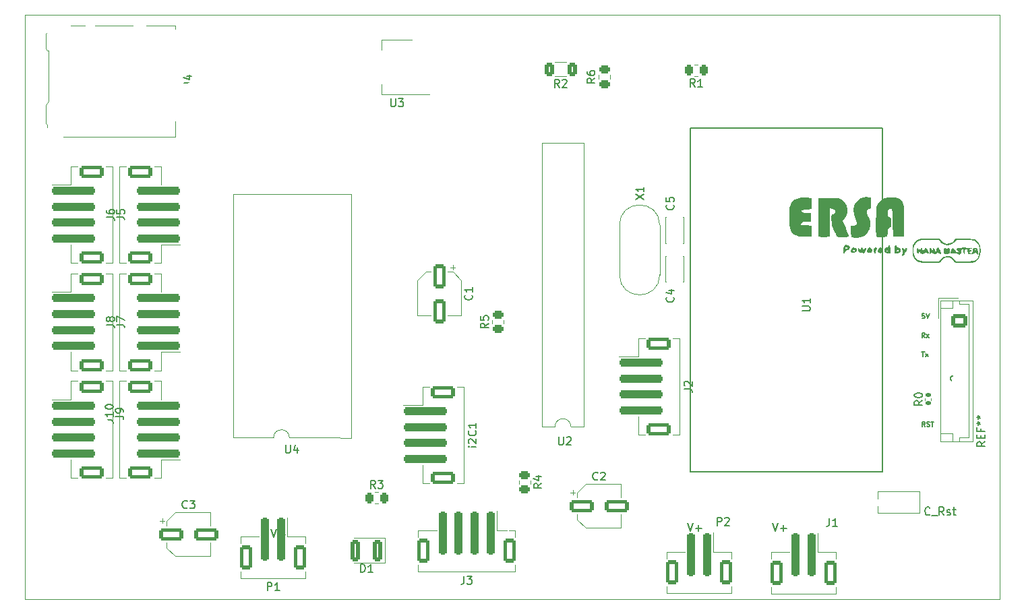
<source format=gbr>
G04 #@! TF.GenerationSoftware,KiCad,Pcbnew,8.0.1*
G04 #@! TF.CreationDate,2024-04-23T08:11:35+07:00*
G04 #@! TF.ProjectId,IncuTester_SMD,496e6375-5465-4737-9465-725f534d442e,rev?*
G04 #@! TF.SameCoordinates,Original*
G04 #@! TF.FileFunction,Legend,Top*
G04 #@! TF.FilePolarity,Positive*
%FSLAX46Y46*%
G04 Gerber Fmt 4.6, Leading zero omitted, Abs format (unit mm)*
G04 Created by KiCad (PCBNEW 8.0.1) date 2024-04-23 08:11:35*
%MOMM*%
%LPD*%
G01*
G04 APERTURE LIST*
G04 Aperture macros list*
%AMRoundRect*
0 Rectangle with rounded corners*
0 $1 Rounding radius*
0 $2 $3 $4 $5 $6 $7 $8 $9 X,Y pos of 4 corners*
0 Add a 4 corners polygon primitive as box body*
4,1,4,$2,$3,$4,$5,$6,$7,$8,$9,$2,$3,0*
0 Add four circle primitives for the rounded corners*
1,1,$1+$1,$2,$3*
1,1,$1+$1,$4,$5*
1,1,$1+$1,$6,$7*
1,1,$1+$1,$8,$9*
0 Add four rect primitives between the rounded corners*
20,1,$1+$1,$2,$3,$4,$5,0*
20,1,$1+$1,$4,$5,$6,$7,0*
20,1,$1+$1,$6,$7,$8,$9,0*
20,1,$1+$1,$8,$9,$2,$3,0*%
G04 Aperture macros list end*
%ADD10C,0.150000*%
%ADD11C,0.120000*%
%ADD12C,0.000000*%
%ADD13C,0.100000*%
%ADD14R,2.000000X1.500000*%
%ADD15R,2.000000X3.800000*%
%ADD16RoundRect,0.250000X0.250000X2.500000X-0.250000X2.500000X-0.250000X-2.500000X0.250000X-2.500000X0*%
%ADD17RoundRect,0.250000X0.550000X1.250000X-0.550000X1.250000X-0.550000X-1.250000X0.550000X-1.250000X0*%
%ADD18RoundRect,0.250000X-0.450000X0.262500X-0.450000X-0.262500X0.450000X-0.262500X0.450000X0.262500X0*%
%ADD19RoundRect,0.250000X0.262500X0.450000X-0.262500X0.450000X-0.262500X-0.450000X0.262500X-0.450000X0*%
%ADD20C,1.600000*%
%ADD21RoundRect,0.250000X-2.500000X0.250000X-2.500000X-0.250000X2.500000X-0.250000X2.500000X0.250000X0*%
%ADD22RoundRect,0.250000X-1.250000X0.550000X-1.250000X-0.550000X1.250000X-0.550000X1.250000X0.550000X0*%
%ADD23C,3.000000*%
%ADD24RoundRect,0.250000X-0.262500X-0.450000X0.262500X-0.450000X0.262500X0.450000X-0.262500X0.450000X0*%
%ADD25R,2.400000X1.600000*%
%ADD26O,2.400000X1.600000*%
%ADD27R,1.600000X1.600000*%
%ADD28O,1.600000X1.600000*%
%ADD29RoundRect,0.250000X0.450000X-0.262500X0.450000X0.262500X-0.450000X0.262500X-0.450000X-0.262500X0*%
%ADD30C,5.500000*%
%ADD31RoundRect,0.135000X0.185000X-0.135000X0.185000X0.135000X-0.185000X0.135000X-0.185000X-0.135000X0*%
%ADD32RoundRect,0.250000X2.500000X-0.250000X2.500000X0.250000X-2.500000X0.250000X-2.500000X-0.250000X0*%
%ADD33RoundRect,0.250000X1.250000X-0.550000X1.250000X0.550000X-1.250000X0.550000X-1.250000X-0.550000X0*%
%ADD34RoundRect,0.250000X-1.250000X-0.550000X1.250000X-0.550000X1.250000X0.550000X-1.250000X0.550000X0*%
%ADD35RoundRect,0.250000X0.312500X0.625000X-0.312500X0.625000X-0.312500X-0.625000X0.312500X-0.625000X0*%
%ADD36R,1.200000X0.700000*%
%ADD37R,0.800000X1.000000*%
%ADD38R,1.200000X1.000000*%
%ADD39R,2.800000X1.000000*%
%ADD40R,1.900000X1.300000*%
%ADD41C,1.500000*%
%ADD42RoundRect,0.250000X-0.725000X0.600000X-0.725000X-0.600000X0.725000X-0.600000X0.725000X0.600000X0*%
%ADD43O,1.950000X1.700000*%
%ADD44RoundRect,0.250000X0.375000X1.075000X-0.375000X1.075000X-0.375000X-1.075000X0.375000X-1.075000X0*%
%ADD45RoundRect,0.250000X-0.550000X1.250000X-0.550000X-1.250000X0.550000X-1.250000X0.550000X1.250000X0*%
%ADD46C,0.800000*%
G04 #@! TA.AperFunction,Profile*
%ADD47C,0.100000*%
G04 #@! TD*
G04 APERTURE END LIST*
D10*
X208572398Y-113710771D02*
X208372398Y-113425057D01*
X208229541Y-113710771D02*
X208229541Y-113110771D01*
X208229541Y-113110771D02*
X208458112Y-113110771D01*
X208458112Y-113110771D02*
X208515255Y-113139342D01*
X208515255Y-113139342D02*
X208543826Y-113167914D01*
X208543826Y-113167914D02*
X208572398Y-113225057D01*
X208572398Y-113225057D02*
X208572398Y-113310771D01*
X208572398Y-113310771D02*
X208543826Y-113367914D01*
X208543826Y-113367914D02*
X208515255Y-113396485D01*
X208515255Y-113396485D02*
X208458112Y-113425057D01*
X208458112Y-113425057D02*
X208229541Y-113425057D01*
X208800969Y-113682200D02*
X208886684Y-113710771D01*
X208886684Y-113710771D02*
X209029541Y-113710771D01*
X209029541Y-113710771D02*
X209086684Y-113682200D01*
X209086684Y-113682200D02*
X209115255Y-113653628D01*
X209115255Y-113653628D02*
X209143826Y-113596485D01*
X209143826Y-113596485D02*
X209143826Y-113539342D01*
X209143826Y-113539342D02*
X209115255Y-113482200D01*
X209115255Y-113482200D02*
X209086684Y-113453628D01*
X209086684Y-113453628D02*
X209029541Y-113425057D01*
X209029541Y-113425057D02*
X208915255Y-113396485D01*
X208915255Y-113396485D02*
X208858112Y-113367914D01*
X208858112Y-113367914D02*
X208829541Y-113339342D01*
X208829541Y-113339342D02*
X208800969Y-113282200D01*
X208800969Y-113282200D02*
X208800969Y-113225057D01*
X208800969Y-113225057D02*
X208829541Y-113167914D01*
X208829541Y-113167914D02*
X208858112Y-113139342D01*
X208858112Y-113139342D02*
X208915255Y-113110771D01*
X208915255Y-113110771D02*
X209058112Y-113110771D01*
X209058112Y-113110771D02*
X209143826Y-113139342D01*
X209315255Y-113110771D02*
X209658113Y-113110771D01*
X209486684Y-113710771D02*
X209486684Y-113110771D01*
X126431922Y-126631819D02*
X126765255Y-127631819D01*
X126765255Y-127631819D02*
X127098588Y-126631819D01*
X127431922Y-127250866D02*
X128193827Y-127250866D01*
X127812874Y-127631819D02*
X127812874Y-126869914D01*
X178755922Y-125869819D02*
X179089255Y-126869819D01*
X179089255Y-126869819D02*
X179422588Y-125869819D01*
X179755922Y-126488866D02*
X180517827Y-126488866D01*
X180136874Y-126869819D02*
X180136874Y-126107914D01*
X208167826Y-104358771D02*
X208510684Y-104358771D01*
X208339255Y-104958771D02*
X208339255Y-104358771D01*
X208653541Y-104958771D02*
X208967827Y-104558771D01*
X208653541Y-104558771D02*
X208967827Y-104958771D01*
X212115826Y-107377342D02*
X212058684Y-107348771D01*
X212058684Y-107348771D02*
X211972969Y-107348771D01*
X211972969Y-107348771D02*
X211887255Y-107377342D01*
X211887255Y-107377342D02*
X211830112Y-107434485D01*
X211830112Y-107434485D02*
X211801541Y-107491628D01*
X211801541Y-107491628D02*
X211772969Y-107605914D01*
X211772969Y-107605914D02*
X211772969Y-107691628D01*
X211772969Y-107691628D02*
X211801541Y-107805914D01*
X211801541Y-107805914D02*
X211830112Y-107863057D01*
X211830112Y-107863057D02*
X211887255Y-107920200D01*
X211887255Y-107920200D02*
X211972969Y-107948771D01*
X211972969Y-107948771D02*
X212030112Y-107948771D01*
X212030112Y-107948771D02*
X212115826Y-107920200D01*
X212115826Y-107920200D02*
X212144398Y-107891628D01*
X212144398Y-107891628D02*
X212144398Y-107691628D01*
X212144398Y-107691628D02*
X212030112Y-107691628D01*
X212401541Y-107948771D02*
X212401541Y-107348771D01*
X212401541Y-107348771D02*
X212744398Y-107948771D01*
X212744398Y-107948771D02*
X212744398Y-107348771D01*
X213030112Y-107948771D02*
X213030112Y-107348771D01*
X213030112Y-107348771D02*
X213172969Y-107348771D01*
X213172969Y-107348771D02*
X213258683Y-107377342D01*
X213258683Y-107377342D02*
X213315826Y-107434485D01*
X213315826Y-107434485D02*
X213344397Y-107491628D01*
X213344397Y-107491628D02*
X213372969Y-107605914D01*
X213372969Y-107605914D02*
X213372969Y-107691628D01*
X213372969Y-107691628D02*
X213344397Y-107805914D01*
X213344397Y-107805914D02*
X213315826Y-107863057D01*
X213315826Y-107863057D02*
X213258683Y-107920200D01*
X213258683Y-107920200D02*
X213172969Y-107948771D01*
X213172969Y-107948771D02*
X213030112Y-107948771D01*
X189423922Y-125869819D02*
X189757255Y-126869819D01*
X189757255Y-126869819D02*
X190090588Y-125869819D01*
X190423922Y-126488866D02*
X191185827Y-126488866D01*
X190804874Y-126869819D02*
X190804874Y-126107914D01*
X208509255Y-99528771D02*
X208223541Y-99528771D01*
X208223541Y-99528771D02*
X208194969Y-99814485D01*
X208194969Y-99814485D02*
X208223541Y-99785914D01*
X208223541Y-99785914D02*
X208280684Y-99757342D01*
X208280684Y-99757342D02*
X208423541Y-99757342D01*
X208423541Y-99757342D02*
X208480684Y-99785914D01*
X208480684Y-99785914D02*
X208509255Y-99814485D01*
X208509255Y-99814485D02*
X208537826Y-99871628D01*
X208537826Y-99871628D02*
X208537826Y-100014485D01*
X208537826Y-100014485D02*
X208509255Y-100071628D01*
X208509255Y-100071628D02*
X208480684Y-100100200D01*
X208480684Y-100100200D02*
X208423541Y-100128771D01*
X208423541Y-100128771D02*
X208280684Y-100128771D01*
X208280684Y-100128771D02*
X208223541Y-100100200D01*
X208223541Y-100100200D02*
X208194969Y-100071628D01*
X208709255Y-99528771D02*
X208909255Y-100128771D01*
X208909255Y-100128771D02*
X209109255Y-99528771D01*
X208526398Y-102548771D02*
X208326398Y-102263057D01*
X208183541Y-102548771D02*
X208183541Y-101948771D01*
X208183541Y-101948771D02*
X208412112Y-101948771D01*
X208412112Y-101948771D02*
X208469255Y-101977342D01*
X208469255Y-101977342D02*
X208497826Y-102005914D01*
X208497826Y-102005914D02*
X208526398Y-102063057D01*
X208526398Y-102063057D02*
X208526398Y-102148771D01*
X208526398Y-102148771D02*
X208497826Y-102205914D01*
X208497826Y-102205914D02*
X208469255Y-102234485D01*
X208469255Y-102234485D02*
X208412112Y-102263057D01*
X208412112Y-102263057D02*
X208183541Y-102263057D01*
X208726398Y-102548771D02*
X209040684Y-102148771D01*
X208726398Y-102148771D02*
X209040684Y-102548771D01*
X141478095Y-72534819D02*
X141478095Y-73344342D01*
X141478095Y-73344342D02*
X141525714Y-73439580D01*
X141525714Y-73439580D02*
X141573333Y-73487200D01*
X141573333Y-73487200D02*
X141668571Y-73534819D01*
X141668571Y-73534819D02*
X141859047Y-73534819D01*
X141859047Y-73534819D02*
X141954285Y-73487200D01*
X141954285Y-73487200D02*
X142001904Y-73439580D01*
X142001904Y-73439580D02*
X142049523Y-73344342D01*
X142049523Y-73344342D02*
X142049523Y-72534819D01*
X142430476Y-72534819D02*
X143049523Y-72534819D01*
X143049523Y-72534819D02*
X142716190Y-72915771D01*
X142716190Y-72915771D02*
X142859047Y-72915771D01*
X142859047Y-72915771D02*
X142954285Y-72963390D01*
X142954285Y-72963390D02*
X143001904Y-73011009D01*
X143001904Y-73011009D02*
X143049523Y-73106247D01*
X143049523Y-73106247D02*
X143049523Y-73344342D01*
X143049523Y-73344342D02*
X143001904Y-73439580D01*
X143001904Y-73439580D02*
X142954285Y-73487200D01*
X142954285Y-73487200D02*
X142859047Y-73534819D01*
X142859047Y-73534819D02*
X142573333Y-73534819D01*
X142573333Y-73534819D02*
X142478095Y-73487200D01*
X142478095Y-73487200D02*
X142430476Y-73439580D01*
X182461905Y-126154819D02*
X182461905Y-125154819D01*
X182461905Y-125154819D02*
X182842857Y-125154819D01*
X182842857Y-125154819D02*
X182938095Y-125202438D01*
X182938095Y-125202438D02*
X182985714Y-125250057D01*
X182985714Y-125250057D02*
X183033333Y-125345295D01*
X183033333Y-125345295D02*
X183033333Y-125488152D01*
X183033333Y-125488152D02*
X182985714Y-125583390D01*
X182985714Y-125583390D02*
X182938095Y-125631009D01*
X182938095Y-125631009D02*
X182842857Y-125678628D01*
X182842857Y-125678628D02*
X182461905Y-125678628D01*
X183414286Y-125250057D02*
X183461905Y-125202438D01*
X183461905Y-125202438D02*
X183557143Y-125154819D01*
X183557143Y-125154819D02*
X183795238Y-125154819D01*
X183795238Y-125154819D02*
X183890476Y-125202438D01*
X183890476Y-125202438D02*
X183938095Y-125250057D01*
X183938095Y-125250057D02*
X183985714Y-125345295D01*
X183985714Y-125345295D02*
X183985714Y-125440533D01*
X183985714Y-125440533D02*
X183938095Y-125583390D01*
X183938095Y-125583390D02*
X183366667Y-126154819D01*
X183366667Y-126154819D02*
X183985714Y-126154819D01*
X160404819Y-120866666D02*
X159928628Y-121199999D01*
X160404819Y-121438094D02*
X159404819Y-121438094D01*
X159404819Y-121438094D02*
X159404819Y-121057142D01*
X159404819Y-121057142D02*
X159452438Y-120961904D01*
X159452438Y-120961904D02*
X159500057Y-120914285D01*
X159500057Y-120914285D02*
X159595295Y-120866666D01*
X159595295Y-120866666D02*
X159738152Y-120866666D01*
X159738152Y-120866666D02*
X159833390Y-120914285D01*
X159833390Y-120914285D02*
X159881009Y-120961904D01*
X159881009Y-120961904D02*
X159928628Y-121057142D01*
X159928628Y-121057142D02*
X159928628Y-121438094D01*
X159738152Y-120009523D02*
X160404819Y-120009523D01*
X159357200Y-120247618D02*
X160071485Y-120485713D01*
X160071485Y-120485713D02*
X160071485Y-119866666D01*
X150666666Y-132504819D02*
X150666666Y-133219104D01*
X150666666Y-133219104D02*
X150619047Y-133361961D01*
X150619047Y-133361961D02*
X150523809Y-133457200D01*
X150523809Y-133457200D02*
X150380952Y-133504819D01*
X150380952Y-133504819D02*
X150285714Y-133504819D01*
X151047619Y-132504819D02*
X151666666Y-132504819D01*
X151666666Y-132504819D02*
X151333333Y-132885771D01*
X151333333Y-132885771D02*
X151476190Y-132885771D01*
X151476190Y-132885771D02*
X151571428Y-132933390D01*
X151571428Y-132933390D02*
X151619047Y-132981009D01*
X151619047Y-132981009D02*
X151666666Y-133076247D01*
X151666666Y-133076247D02*
X151666666Y-133314342D01*
X151666666Y-133314342D02*
X151619047Y-133409580D01*
X151619047Y-133409580D02*
X151571428Y-133457200D01*
X151571428Y-133457200D02*
X151476190Y-133504819D01*
X151476190Y-133504819D02*
X151190476Y-133504819D01*
X151190476Y-133504819D02*
X151095238Y-133457200D01*
X151095238Y-133457200D02*
X151047619Y-133409580D01*
X179665333Y-71065819D02*
X179332000Y-70589628D01*
X179093905Y-71065819D02*
X179093905Y-70065819D01*
X179093905Y-70065819D02*
X179474857Y-70065819D01*
X179474857Y-70065819D02*
X179570095Y-70113438D01*
X179570095Y-70113438D02*
X179617714Y-70161057D01*
X179617714Y-70161057D02*
X179665333Y-70256295D01*
X179665333Y-70256295D02*
X179665333Y-70399152D01*
X179665333Y-70399152D02*
X179617714Y-70494390D01*
X179617714Y-70494390D02*
X179570095Y-70542009D01*
X179570095Y-70542009D02*
X179474857Y-70589628D01*
X179474857Y-70589628D02*
X179093905Y-70589628D01*
X180617714Y-71065819D02*
X180046286Y-71065819D01*
X180332000Y-71065819D02*
X180332000Y-70065819D01*
X180332000Y-70065819D02*
X180236762Y-70208676D01*
X180236762Y-70208676D02*
X180141524Y-70303914D01*
X180141524Y-70303914D02*
X180046286Y-70351533D01*
X196566666Y-125254819D02*
X196566666Y-125969104D01*
X196566666Y-125969104D02*
X196519047Y-126111961D01*
X196519047Y-126111961D02*
X196423809Y-126207200D01*
X196423809Y-126207200D02*
X196280952Y-126254819D01*
X196280952Y-126254819D02*
X196185714Y-126254819D01*
X197566666Y-126254819D02*
X196995238Y-126254819D01*
X197280952Y-126254819D02*
X197280952Y-125254819D01*
X197280952Y-125254819D02*
X197185714Y-125397676D01*
X197185714Y-125397676D02*
X197090476Y-125492914D01*
X197090476Y-125492914D02*
X196995238Y-125540533D01*
X209170094Y-124749580D02*
X209122475Y-124797200D01*
X209122475Y-124797200D02*
X208979618Y-124844819D01*
X208979618Y-124844819D02*
X208884380Y-124844819D01*
X208884380Y-124844819D02*
X208741523Y-124797200D01*
X208741523Y-124797200D02*
X208646285Y-124701961D01*
X208646285Y-124701961D02*
X208598666Y-124606723D01*
X208598666Y-124606723D02*
X208551047Y-124416247D01*
X208551047Y-124416247D02*
X208551047Y-124273390D01*
X208551047Y-124273390D02*
X208598666Y-124082914D01*
X208598666Y-124082914D02*
X208646285Y-123987676D01*
X208646285Y-123987676D02*
X208741523Y-123892438D01*
X208741523Y-123892438D02*
X208884380Y-123844819D01*
X208884380Y-123844819D02*
X208979618Y-123844819D01*
X208979618Y-123844819D02*
X209122475Y-123892438D01*
X209122475Y-123892438D02*
X209170094Y-123940057D01*
X209360571Y-124940057D02*
X210122475Y-124940057D01*
X210931999Y-124844819D02*
X210598666Y-124368628D01*
X210360571Y-124844819D02*
X210360571Y-123844819D01*
X210360571Y-123844819D02*
X210741523Y-123844819D01*
X210741523Y-123844819D02*
X210836761Y-123892438D01*
X210836761Y-123892438D02*
X210884380Y-123940057D01*
X210884380Y-123940057D02*
X210931999Y-124035295D01*
X210931999Y-124035295D02*
X210931999Y-124178152D01*
X210931999Y-124178152D02*
X210884380Y-124273390D01*
X210884380Y-124273390D02*
X210836761Y-124321009D01*
X210836761Y-124321009D02*
X210741523Y-124368628D01*
X210741523Y-124368628D02*
X210360571Y-124368628D01*
X211312952Y-124797200D02*
X211408190Y-124844819D01*
X211408190Y-124844819D02*
X211598666Y-124844819D01*
X211598666Y-124844819D02*
X211693904Y-124797200D01*
X211693904Y-124797200D02*
X211741523Y-124701961D01*
X211741523Y-124701961D02*
X211741523Y-124654342D01*
X211741523Y-124654342D02*
X211693904Y-124559104D01*
X211693904Y-124559104D02*
X211598666Y-124511485D01*
X211598666Y-124511485D02*
X211455809Y-124511485D01*
X211455809Y-124511485D02*
X211360571Y-124463866D01*
X211360571Y-124463866D02*
X211312952Y-124368628D01*
X211312952Y-124368628D02*
X211312952Y-124321009D01*
X211312952Y-124321009D02*
X211360571Y-124225771D01*
X211360571Y-124225771D02*
X211455809Y-124178152D01*
X211455809Y-124178152D02*
X211598666Y-124178152D01*
X211598666Y-124178152D02*
X211693904Y-124225771D01*
X212027238Y-124178152D02*
X212408190Y-124178152D01*
X212170095Y-123844819D02*
X212170095Y-124701961D01*
X212170095Y-124701961D02*
X212217714Y-124797200D01*
X212217714Y-124797200D02*
X212312952Y-124844819D01*
X212312952Y-124844819D02*
X212408190Y-124844819D01*
X107054819Y-100933333D02*
X107769104Y-100933333D01*
X107769104Y-100933333D02*
X107911961Y-100980952D01*
X107911961Y-100980952D02*
X108007200Y-101076190D01*
X108007200Y-101076190D02*
X108054819Y-101219047D01*
X108054819Y-101219047D02*
X108054819Y-101314285D01*
X107054819Y-100552380D02*
X107054819Y-99885714D01*
X107054819Y-99885714D02*
X108054819Y-100314285D01*
X106904819Y-112433333D02*
X107619104Y-112433333D01*
X107619104Y-112433333D02*
X107761961Y-112480952D01*
X107761961Y-112480952D02*
X107857200Y-112576190D01*
X107857200Y-112576190D02*
X107904819Y-112719047D01*
X107904819Y-112719047D02*
X107904819Y-112814285D01*
X107904819Y-111909523D02*
X107904819Y-111719047D01*
X107904819Y-111719047D02*
X107857200Y-111623809D01*
X107857200Y-111623809D02*
X107809580Y-111576190D01*
X107809580Y-111576190D02*
X107666723Y-111480952D01*
X107666723Y-111480952D02*
X107476247Y-111433333D01*
X107476247Y-111433333D02*
X107095295Y-111433333D01*
X107095295Y-111433333D02*
X107000057Y-111480952D01*
X107000057Y-111480952D02*
X106952438Y-111528571D01*
X106952438Y-111528571D02*
X106904819Y-111623809D01*
X106904819Y-111623809D02*
X106904819Y-111814285D01*
X106904819Y-111814285D02*
X106952438Y-111909523D01*
X106952438Y-111909523D02*
X107000057Y-111957142D01*
X107000057Y-111957142D02*
X107095295Y-112004761D01*
X107095295Y-112004761D02*
X107333390Y-112004761D01*
X107333390Y-112004761D02*
X107428628Y-111957142D01*
X107428628Y-111957142D02*
X107476247Y-111909523D01*
X107476247Y-111909523D02*
X107523866Y-111814285D01*
X107523866Y-111814285D02*
X107523866Y-111623809D01*
X107523866Y-111623809D02*
X107476247Y-111528571D01*
X107476247Y-111528571D02*
X107428628Y-111480952D01*
X107428628Y-111480952D02*
X107333390Y-111433333D01*
X193129819Y-99186904D02*
X193939342Y-99186904D01*
X193939342Y-99186904D02*
X194034580Y-99139285D01*
X194034580Y-99139285D02*
X194082200Y-99091666D01*
X194082200Y-99091666D02*
X194129819Y-98996428D01*
X194129819Y-98996428D02*
X194129819Y-98805952D01*
X194129819Y-98805952D02*
X194082200Y-98710714D01*
X194082200Y-98710714D02*
X194034580Y-98663095D01*
X194034580Y-98663095D02*
X193939342Y-98615476D01*
X193939342Y-98615476D02*
X193129819Y-98615476D01*
X194129819Y-97615476D02*
X194129819Y-98186904D01*
X194129819Y-97901190D02*
X193129819Y-97901190D01*
X193129819Y-97901190D02*
X193272676Y-97996428D01*
X193272676Y-97996428D02*
X193367914Y-98091666D01*
X193367914Y-98091666D02*
X193415533Y-98186904D01*
X139533333Y-121486819D02*
X139200000Y-121010628D01*
X138961905Y-121486819D02*
X138961905Y-120486819D01*
X138961905Y-120486819D02*
X139342857Y-120486819D01*
X139342857Y-120486819D02*
X139438095Y-120534438D01*
X139438095Y-120534438D02*
X139485714Y-120582057D01*
X139485714Y-120582057D02*
X139533333Y-120677295D01*
X139533333Y-120677295D02*
X139533333Y-120820152D01*
X139533333Y-120820152D02*
X139485714Y-120915390D01*
X139485714Y-120915390D02*
X139438095Y-120963009D01*
X139438095Y-120963009D02*
X139342857Y-121010628D01*
X139342857Y-121010628D02*
X138961905Y-121010628D01*
X139866667Y-120486819D02*
X140485714Y-120486819D01*
X140485714Y-120486819D02*
X140152381Y-120867771D01*
X140152381Y-120867771D02*
X140295238Y-120867771D01*
X140295238Y-120867771D02*
X140390476Y-120915390D01*
X140390476Y-120915390D02*
X140438095Y-120963009D01*
X140438095Y-120963009D02*
X140485714Y-121058247D01*
X140485714Y-121058247D02*
X140485714Y-121296342D01*
X140485714Y-121296342D02*
X140438095Y-121391580D01*
X140438095Y-121391580D02*
X140390476Y-121439200D01*
X140390476Y-121439200D02*
X140295238Y-121486819D01*
X140295238Y-121486819D02*
X140009524Y-121486819D01*
X140009524Y-121486819D02*
X139914286Y-121439200D01*
X139914286Y-121439200D02*
X139866667Y-121391580D01*
X128270095Y-116040819D02*
X128270095Y-116850342D01*
X128270095Y-116850342D02*
X128317714Y-116945580D01*
X128317714Y-116945580D02*
X128365333Y-116993200D01*
X128365333Y-116993200D02*
X128460571Y-117040819D01*
X128460571Y-117040819D02*
X128651047Y-117040819D01*
X128651047Y-117040819D02*
X128746285Y-116993200D01*
X128746285Y-116993200D02*
X128793904Y-116945580D01*
X128793904Y-116945580D02*
X128841523Y-116850342D01*
X128841523Y-116850342D02*
X128841523Y-116040819D01*
X129746285Y-116374152D02*
X129746285Y-117040819D01*
X129508190Y-115993200D02*
X129270095Y-116707485D01*
X129270095Y-116707485D02*
X129889142Y-116707485D01*
X162560095Y-115024819D02*
X162560095Y-115834342D01*
X162560095Y-115834342D02*
X162607714Y-115929580D01*
X162607714Y-115929580D02*
X162655333Y-115977200D01*
X162655333Y-115977200D02*
X162750571Y-116024819D01*
X162750571Y-116024819D02*
X162941047Y-116024819D01*
X162941047Y-116024819D02*
X163036285Y-115977200D01*
X163036285Y-115977200D02*
X163083904Y-115929580D01*
X163083904Y-115929580D02*
X163131523Y-115834342D01*
X163131523Y-115834342D02*
X163131523Y-115024819D01*
X163560095Y-115120057D02*
X163607714Y-115072438D01*
X163607714Y-115072438D02*
X163702952Y-115024819D01*
X163702952Y-115024819D02*
X163941047Y-115024819D01*
X163941047Y-115024819D02*
X164036285Y-115072438D01*
X164036285Y-115072438D02*
X164083904Y-115120057D01*
X164083904Y-115120057D02*
X164131523Y-115215295D01*
X164131523Y-115215295D02*
X164131523Y-115310533D01*
X164131523Y-115310533D02*
X164083904Y-115453390D01*
X164083904Y-115453390D02*
X163512476Y-116024819D01*
X163512476Y-116024819D02*
X164131523Y-116024819D01*
X153744819Y-100750666D02*
X153268628Y-101083999D01*
X153744819Y-101322094D02*
X152744819Y-101322094D01*
X152744819Y-101322094D02*
X152744819Y-100941142D01*
X152744819Y-100941142D02*
X152792438Y-100845904D01*
X152792438Y-100845904D02*
X152840057Y-100798285D01*
X152840057Y-100798285D02*
X152935295Y-100750666D01*
X152935295Y-100750666D02*
X153078152Y-100750666D01*
X153078152Y-100750666D02*
X153173390Y-100798285D01*
X153173390Y-100798285D02*
X153221009Y-100845904D01*
X153221009Y-100845904D02*
X153268628Y-100941142D01*
X153268628Y-100941142D02*
X153268628Y-101322094D01*
X152744819Y-99845904D02*
X152744819Y-100322094D01*
X152744819Y-100322094D02*
X153221009Y-100369713D01*
X153221009Y-100369713D02*
X153173390Y-100322094D01*
X153173390Y-100322094D02*
X153125771Y-100226856D01*
X153125771Y-100226856D02*
X153125771Y-99988761D01*
X153125771Y-99988761D02*
X153173390Y-99893523D01*
X153173390Y-99893523D02*
X153221009Y-99845904D01*
X153221009Y-99845904D02*
X153316247Y-99798285D01*
X153316247Y-99798285D02*
X153554342Y-99798285D01*
X153554342Y-99798285D02*
X153649580Y-99845904D01*
X153649580Y-99845904D02*
X153697200Y-99893523D01*
X153697200Y-99893523D02*
X153744819Y-99988761D01*
X153744819Y-99988761D02*
X153744819Y-100226856D01*
X153744819Y-100226856D02*
X153697200Y-100322094D01*
X153697200Y-100322094D02*
X153649580Y-100369713D01*
X208234819Y-110456666D02*
X207758628Y-110789999D01*
X208234819Y-111028094D02*
X207234819Y-111028094D01*
X207234819Y-111028094D02*
X207234819Y-110647142D01*
X207234819Y-110647142D02*
X207282438Y-110551904D01*
X207282438Y-110551904D02*
X207330057Y-110504285D01*
X207330057Y-110504285D02*
X207425295Y-110456666D01*
X207425295Y-110456666D02*
X207568152Y-110456666D01*
X207568152Y-110456666D02*
X207663390Y-110504285D01*
X207663390Y-110504285D02*
X207711009Y-110551904D01*
X207711009Y-110551904D02*
X207758628Y-110647142D01*
X207758628Y-110647142D02*
X207758628Y-111028094D01*
X207234819Y-109837618D02*
X207234819Y-109742380D01*
X207234819Y-109742380D02*
X207282438Y-109647142D01*
X207282438Y-109647142D02*
X207330057Y-109599523D01*
X207330057Y-109599523D02*
X207425295Y-109551904D01*
X207425295Y-109551904D02*
X207615771Y-109504285D01*
X207615771Y-109504285D02*
X207853866Y-109504285D01*
X207853866Y-109504285D02*
X208044342Y-109551904D01*
X208044342Y-109551904D02*
X208139580Y-109599523D01*
X208139580Y-109599523D02*
X208187200Y-109647142D01*
X208187200Y-109647142D02*
X208234819Y-109742380D01*
X208234819Y-109742380D02*
X208234819Y-109837618D01*
X208234819Y-109837618D02*
X208187200Y-109932856D01*
X208187200Y-109932856D02*
X208139580Y-109980475D01*
X208139580Y-109980475D02*
X208044342Y-110028094D01*
X208044342Y-110028094D02*
X207853866Y-110075713D01*
X207853866Y-110075713D02*
X207615771Y-110075713D01*
X207615771Y-110075713D02*
X207425295Y-110028094D01*
X207425295Y-110028094D02*
X207330057Y-109980475D01*
X207330057Y-109980475D02*
X207282438Y-109932856D01*
X207282438Y-109932856D02*
X207234819Y-109837618D01*
X178304819Y-109033333D02*
X179019104Y-109033333D01*
X179019104Y-109033333D02*
X179161961Y-109080952D01*
X179161961Y-109080952D02*
X179257200Y-109176190D01*
X179257200Y-109176190D02*
X179304819Y-109319047D01*
X179304819Y-109319047D02*
X179304819Y-109414285D01*
X178400057Y-108604761D02*
X178352438Y-108557142D01*
X178352438Y-108557142D02*
X178304819Y-108461904D01*
X178304819Y-108461904D02*
X178304819Y-108223809D01*
X178304819Y-108223809D02*
X178352438Y-108128571D01*
X178352438Y-108128571D02*
X178400057Y-108080952D01*
X178400057Y-108080952D02*
X178495295Y-108033333D01*
X178495295Y-108033333D02*
X178590533Y-108033333D01*
X178590533Y-108033333D02*
X178733390Y-108080952D01*
X178733390Y-108080952D02*
X179304819Y-108652380D01*
X179304819Y-108652380D02*
X179304819Y-108033333D01*
X125961905Y-134304819D02*
X125961905Y-133304819D01*
X125961905Y-133304819D02*
X126342857Y-133304819D01*
X126342857Y-133304819D02*
X126438095Y-133352438D01*
X126438095Y-133352438D02*
X126485714Y-133400057D01*
X126485714Y-133400057D02*
X126533333Y-133495295D01*
X126533333Y-133495295D02*
X126533333Y-133638152D01*
X126533333Y-133638152D02*
X126485714Y-133733390D01*
X126485714Y-133733390D02*
X126438095Y-133781009D01*
X126438095Y-133781009D02*
X126342857Y-133828628D01*
X126342857Y-133828628D02*
X125961905Y-133828628D01*
X127485714Y-134304819D02*
X126914286Y-134304819D01*
X127200000Y-134304819D02*
X127200000Y-133304819D01*
X127200000Y-133304819D02*
X127104762Y-133447676D01*
X127104762Y-133447676D02*
X127009524Y-133542914D01*
X127009524Y-133542914D02*
X126914286Y-133590533D01*
X107054819Y-87433333D02*
X107769104Y-87433333D01*
X107769104Y-87433333D02*
X107911961Y-87480952D01*
X107911961Y-87480952D02*
X108007200Y-87576190D01*
X108007200Y-87576190D02*
X108054819Y-87719047D01*
X108054819Y-87719047D02*
X108054819Y-87814285D01*
X107054819Y-86480952D02*
X107054819Y-86957142D01*
X107054819Y-86957142D02*
X107531009Y-87004761D01*
X107531009Y-87004761D02*
X107483390Y-86957142D01*
X107483390Y-86957142D02*
X107435771Y-86861904D01*
X107435771Y-86861904D02*
X107435771Y-86623809D01*
X107435771Y-86623809D02*
X107483390Y-86528571D01*
X107483390Y-86528571D02*
X107531009Y-86480952D01*
X107531009Y-86480952D02*
X107626247Y-86433333D01*
X107626247Y-86433333D02*
X107864342Y-86433333D01*
X107864342Y-86433333D02*
X107959580Y-86480952D01*
X107959580Y-86480952D02*
X108007200Y-86528571D01*
X108007200Y-86528571D02*
X108054819Y-86623809D01*
X108054819Y-86623809D02*
X108054819Y-86861904D01*
X108054819Y-86861904D02*
X108007200Y-86957142D01*
X108007200Y-86957142D02*
X107959580Y-87004761D01*
X105604819Y-112909523D02*
X106319104Y-112909523D01*
X106319104Y-112909523D02*
X106461961Y-112957142D01*
X106461961Y-112957142D02*
X106557200Y-113052380D01*
X106557200Y-113052380D02*
X106604819Y-113195237D01*
X106604819Y-113195237D02*
X106604819Y-113290475D01*
X106604819Y-111909523D02*
X106604819Y-112480951D01*
X106604819Y-112195237D02*
X105604819Y-112195237D01*
X105604819Y-112195237D02*
X105747676Y-112290475D01*
X105747676Y-112290475D02*
X105842914Y-112385713D01*
X105842914Y-112385713D02*
X105890533Y-112480951D01*
X105604819Y-111290475D02*
X105604819Y-111195237D01*
X105604819Y-111195237D02*
X105652438Y-111099999D01*
X105652438Y-111099999D02*
X105700057Y-111052380D01*
X105700057Y-111052380D02*
X105795295Y-111004761D01*
X105795295Y-111004761D02*
X105985771Y-110957142D01*
X105985771Y-110957142D02*
X106223866Y-110957142D01*
X106223866Y-110957142D02*
X106414342Y-111004761D01*
X106414342Y-111004761D02*
X106509580Y-111052380D01*
X106509580Y-111052380D02*
X106557200Y-111099999D01*
X106557200Y-111099999D02*
X106604819Y-111195237D01*
X106604819Y-111195237D02*
X106604819Y-111290475D01*
X106604819Y-111290475D02*
X106557200Y-111385713D01*
X106557200Y-111385713D02*
X106509580Y-111433332D01*
X106509580Y-111433332D02*
X106414342Y-111480951D01*
X106414342Y-111480951D02*
X106223866Y-111528570D01*
X106223866Y-111528570D02*
X105985771Y-111528570D01*
X105985771Y-111528570D02*
X105795295Y-111480951D01*
X105795295Y-111480951D02*
X105700057Y-111433332D01*
X105700057Y-111433332D02*
X105652438Y-111385713D01*
X105652438Y-111385713D02*
X105604819Y-111290475D01*
X105754819Y-100933333D02*
X106469104Y-100933333D01*
X106469104Y-100933333D02*
X106611961Y-100980952D01*
X106611961Y-100980952D02*
X106707200Y-101076190D01*
X106707200Y-101076190D02*
X106754819Y-101219047D01*
X106754819Y-101219047D02*
X106754819Y-101314285D01*
X106183390Y-100314285D02*
X106135771Y-100409523D01*
X106135771Y-100409523D02*
X106088152Y-100457142D01*
X106088152Y-100457142D02*
X105992914Y-100504761D01*
X105992914Y-100504761D02*
X105945295Y-100504761D01*
X105945295Y-100504761D02*
X105850057Y-100457142D01*
X105850057Y-100457142D02*
X105802438Y-100409523D01*
X105802438Y-100409523D02*
X105754819Y-100314285D01*
X105754819Y-100314285D02*
X105754819Y-100123809D01*
X105754819Y-100123809D02*
X105802438Y-100028571D01*
X105802438Y-100028571D02*
X105850057Y-99980952D01*
X105850057Y-99980952D02*
X105945295Y-99933333D01*
X105945295Y-99933333D02*
X105992914Y-99933333D01*
X105992914Y-99933333D02*
X106088152Y-99980952D01*
X106088152Y-99980952D02*
X106135771Y-100028571D01*
X106135771Y-100028571D02*
X106183390Y-100123809D01*
X106183390Y-100123809D02*
X106183390Y-100314285D01*
X106183390Y-100314285D02*
X106231009Y-100409523D01*
X106231009Y-100409523D02*
X106278628Y-100457142D01*
X106278628Y-100457142D02*
X106373866Y-100504761D01*
X106373866Y-100504761D02*
X106564342Y-100504761D01*
X106564342Y-100504761D02*
X106659580Y-100457142D01*
X106659580Y-100457142D02*
X106707200Y-100409523D01*
X106707200Y-100409523D02*
X106754819Y-100314285D01*
X106754819Y-100314285D02*
X106754819Y-100123809D01*
X106754819Y-100123809D02*
X106707200Y-100028571D01*
X106707200Y-100028571D02*
X106659580Y-99980952D01*
X106659580Y-99980952D02*
X106564342Y-99933333D01*
X106564342Y-99933333D02*
X106373866Y-99933333D01*
X106373866Y-99933333D02*
X106278628Y-99980952D01*
X106278628Y-99980952D02*
X106231009Y-100028571D01*
X106231009Y-100028571D02*
X106183390Y-100123809D01*
X115911333Y-123913580D02*
X115863714Y-123961200D01*
X115863714Y-123961200D02*
X115720857Y-124008819D01*
X115720857Y-124008819D02*
X115625619Y-124008819D01*
X115625619Y-124008819D02*
X115482762Y-123961200D01*
X115482762Y-123961200D02*
X115387524Y-123865961D01*
X115387524Y-123865961D02*
X115339905Y-123770723D01*
X115339905Y-123770723D02*
X115292286Y-123580247D01*
X115292286Y-123580247D02*
X115292286Y-123437390D01*
X115292286Y-123437390D02*
X115339905Y-123246914D01*
X115339905Y-123246914D02*
X115387524Y-123151676D01*
X115387524Y-123151676D02*
X115482762Y-123056438D01*
X115482762Y-123056438D02*
X115625619Y-123008819D01*
X115625619Y-123008819D02*
X115720857Y-123008819D01*
X115720857Y-123008819D02*
X115863714Y-123056438D01*
X115863714Y-123056438D02*
X115911333Y-123104057D01*
X116244667Y-123008819D02*
X116863714Y-123008819D01*
X116863714Y-123008819D02*
X116530381Y-123389771D01*
X116530381Y-123389771D02*
X116673238Y-123389771D01*
X116673238Y-123389771D02*
X116768476Y-123437390D01*
X116768476Y-123437390D02*
X116816095Y-123485009D01*
X116816095Y-123485009D02*
X116863714Y-123580247D01*
X116863714Y-123580247D02*
X116863714Y-123818342D01*
X116863714Y-123818342D02*
X116816095Y-123913580D01*
X116816095Y-123913580D02*
X116768476Y-123961200D01*
X116768476Y-123961200D02*
X116673238Y-124008819D01*
X116673238Y-124008819D02*
X116387524Y-124008819D01*
X116387524Y-124008819D02*
X116292286Y-123961200D01*
X116292286Y-123961200D02*
X116244667Y-123913580D01*
X162647333Y-71108819D02*
X162314000Y-70632628D01*
X162075905Y-71108819D02*
X162075905Y-70108819D01*
X162075905Y-70108819D02*
X162456857Y-70108819D01*
X162456857Y-70108819D02*
X162552095Y-70156438D01*
X162552095Y-70156438D02*
X162599714Y-70204057D01*
X162599714Y-70204057D02*
X162647333Y-70299295D01*
X162647333Y-70299295D02*
X162647333Y-70442152D01*
X162647333Y-70442152D02*
X162599714Y-70537390D01*
X162599714Y-70537390D02*
X162552095Y-70585009D01*
X162552095Y-70585009D02*
X162456857Y-70632628D01*
X162456857Y-70632628D02*
X162075905Y-70632628D01*
X163028286Y-70204057D02*
X163075905Y-70156438D01*
X163075905Y-70156438D02*
X163171143Y-70108819D01*
X163171143Y-70108819D02*
X163409238Y-70108819D01*
X163409238Y-70108819D02*
X163504476Y-70156438D01*
X163504476Y-70156438D02*
X163552095Y-70204057D01*
X163552095Y-70204057D02*
X163599714Y-70299295D01*
X163599714Y-70299295D02*
X163599714Y-70394533D01*
X163599714Y-70394533D02*
X163552095Y-70537390D01*
X163552095Y-70537390D02*
X162980667Y-71108819D01*
X162980667Y-71108819D02*
X163599714Y-71108819D01*
X167104819Y-69966666D02*
X166628628Y-70299999D01*
X167104819Y-70538094D02*
X166104819Y-70538094D01*
X166104819Y-70538094D02*
X166104819Y-70157142D01*
X166104819Y-70157142D02*
X166152438Y-70061904D01*
X166152438Y-70061904D02*
X166200057Y-70014285D01*
X166200057Y-70014285D02*
X166295295Y-69966666D01*
X166295295Y-69966666D02*
X166438152Y-69966666D01*
X166438152Y-69966666D02*
X166533390Y-70014285D01*
X166533390Y-70014285D02*
X166581009Y-70061904D01*
X166581009Y-70061904D02*
X166628628Y-70157142D01*
X166628628Y-70157142D02*
X166628628Y-70538094D01*
X166104819Y-69109523D02*
X166104819Y-69299999D01*
X166104819Y-69299999D02*
X166152438Y-69395237D01*
X166152438Y-69395237D02*
X166200057Y-69442856D01*
X166200057Y-69442856D02*
X166342914Y-69538094D01*
X166342914Y-69538094D02*
X166533390Y-69585713D01*
X166533390Y-69585713D02*
X166914342Y-69585713D01*
X166914342Y-69585713D02*
X167009580Y-69538094D01*
X167009580Y-69538094D02*
X167057200Y-69490475D01*
X167057200Y-69490475D02*
X167104819Y-69395237D01*
X167104819Y-69395237D02*
X167104819Y-69204761D01*
X167104819Y-69204761D02*
X167057200Y-69109523D01*
X167057200Y-69109523D02*
X167009580Y-69061904D01*
X167009580Y-69061904D02*
X166914342Y-69014285D01*
X166914342Y-69014285D02*
X166676247Y-69014285D01*
X166676247Y-69014285D02*
X166581009Y-69061904D01*
X166581009Y-69061904D02*
X166533390Y-69109523D01*
X166533390Y-69109523D02*
X166485771Y-69204761D01*
X166485771Y-69204761D02*
X166485771Y-69395237D01*
X166485771Y-69395237D02*
X166533390Y-69490475D01*
X166533390Y-69490475D02*
X166581009Y-69538094D01*
X166581009Y-69538094D02*
X166676247Y-69585713D01*
X176959580Y-85866666D02*
X177007200Y-85914285D01*
X177007200Y-85914285D02*
X177054819Y-86057142D01*
X177054819Y-86057142D02*
X177054819Y-86152380D01*
X177054819Y-86152380D02*
X177007200Y-86295237D01*
X177007200Y-86295237D02*
X176911961Y-86390475D01*
X176911961Y-86390475D02*
X176816723Y-86438094D01*
X176816723Y-86438094D02*
X176626247Y-86485713D01*
X176626247Y-86485713D02*
X176483390Y-86485713D01*
X176483390Y-86485713D02*
X176292914Y-86438094D01*
X176292914Y-86438094D02*
X176197676Y-86390475D01*
X176197676Y-86390475D02*
X176102438Y-86295237D01*
X176102438Y-86295237D02*
X176054819Y-86152380D01*
X176054819Y-86152380D02*
X176054819Y-86057142D01*
X176054819Y-86057142D02*
X176102438Y-85914285D01*
X176102438Y-85914285D02*
X176150057Y-85866666D01*
X176054819Y-84961904D02*
X176054819Y-85438094D01*
X176054819Y-85438094D02*
X176531009Y-85485713D01*
X176531009Y-85485713D02*
X176483390Y-85438094D01*
X176483390Y-85438094D02*
X176435771Y-85342856D01*
X176435771Y-85342856D02*
X176435771Y-85104761D01*
X176435771Y-85104761D02*
X176483390Y-85009523D01*
X176483390Y-85009523D02*
X176531009Y-84961904D01*
X176531009Y-84961904D02*
X176626247Y-84914285D01*
X176626247Y-84914285D02*
X176864342Y-84914285D01*
X176864342Y-84914285D02*
X176959580Y-84961904D01*
X176959580Y-84961904D02*
X177007200Y-85009523D01*
X177007200Y-85009523D02*
X177054819Y-85104761D01*
X177054819Y-85104761D02*
X177054819Y-85342856D01*
X177054819Y-85342856D02*
X177007200Y-85438094D01*
X177007200Y-85438094D02*
X176959580Y-85485713D01*
X167473333Y-120357580D02*
X167425714Y-120405200D01*
X167425714Y-120405200D02*
X167282857Y-120452819D01*
X167282857Y-120452819D02*
X167187619Y-120452819D01*
X167187619Y-120452819D02*
X167044762Y-120405200D01*
X167044762Y-120405200D02*
X166949524Y-120309961D01*
X166949524Y-120309961D02*
X166901905Y-120214723D01*
X166901905Y-120214723D02*
X166854286Y-120024247D01*
X166854286Y-120024247D02*
X166854286Y-119881390D01*
X166854286Y-119881390D02*
X166901905Y-119690914D01*
X166901905Y-119690914D02*
X166949524Y-119595676D01*
X166949524Y-119595676D02*
X167044762Y-119500438D01*
X167044762Y-119500438D02*
X167187619Y-119452819D01*
X167187619Y-119452819D02*
X167282857Y-119452819D01*
X167282857Y-119452819D02*
X167425714Y-119500438D01*
X167425714Y-119500438D02*
X167473333Y-119548057D01*
X167854286Y-119548057D02*
X167901905Y-119500438D01*
X167901905Y-119500438D02*
X167997143Y-119452819D01*
X167997143Y-119452819D02*
X168235238Y-119452819D01*
X168235238Y-119452819D02*
X168330476Y-119500438D01*
X168330476Y-119500438D02*
X168378095Y-119548057D01*
X168378095Y-119548057D02*
X168425714Y-119643295D01*
X168425714Y-119643295D02*
X168425714Y-119738533D01*
X168425714Y-119738533D02*
X168378095Y-119881390D01*
X168378095Y-119881390D02*
X167806667Y-120452819D01*
X167806667Y-120452819D02*
X168425714Y-120452819D01*
X176959580Y-97466666D02*
X177007200Y-97514285D01*
X177007200Y-97514285D02*
X177054819Y-97657142D01*
X177054819Y-97657142D02*
X177054819Y-97752380D01*
X177054819Y-97752380D02*
X177007200Y-97895237D01*
X177007200Y-97895237D02*
X176911961Y-97990475D01*
X176911961Y-97990475D02*
X176816723Y-98038094D01*
X176816723Y-98038094D02*
X176626247Y-98085713D01*
X176626247Y-98085713D02*
X176483390Y-98085713D01*
X176483390Y-98085713D02*
X176292914Y-98038094D01*
X176292914Y-98038094D02*
X176197676Y-97990475D01*
X176197676Y-97990475D02*
X176102438Y-97895237D01*
X176102438Y-97895237D02*
X176054819Y-97752380D01*
X176054819Y-97752380D02*
X176054819Y-97657142D01*
X176054819Y-97657142D02*
X176102438Y-97514285D01*
X176102438Y-97514285D02*
X176150057Y-97466666D01*
X176388152Y-96609523D02*
X177054819Y-96609523D01*
X176007200Y-96847618D02*
X176721485Y-97085713D01*
X176721485Y-97085713D02*
X176721485Y-96466666D01*
X115472819Y-70583333D02*
X116187104Y-70583333D01*
X116187104Y-70583333D02*
X116329961Y-70630952D01*
X116329961Y-70630952D02*
X116425200Y-70726190D01*
X116425200Y-70726190D02*
X116472819Y-70869047D01*
X116472819Y-70869047D02*
X116472819Y-70964285D01*
X115806152Y-69678571D02*
X116472819Y-69678571D01*
X115425200Y-69916666D02*
X116139485Y-70154761D01*
X116139485Y-70154761D02*
X116139485Y-69535714D01*
X172254819Y-85209523D02*
X173254819Y-84542857D01*
X172254819Y-84542857D02*
X173254819Y-85209523D01*
X173254819Y-83638095D02*
X173254819Y-84209523D01*
X173254819Y-83923809D02*
X172254819Y-83923809D01*
X172254819Y-83923809D02*
X172397676Y-84019047D01*
X172397676Y-84019047D02*
X172492914Y-84114285D01*
X172492914Y-84114285D02*
X172540533Y-84209523D01*
X152204819Y-116252380D02*
X151538152Y-116252380D01*
X151204819Y-116252380D02*
X151252438Y-116299999D01*
X151252438Y-116299999D02*
X151300057Y-116252380D01*
X151300057Y-116252380D02*
X151252438Y-116204761D01*
X151252438Y-116204761D02*
X151204819Y-116252380D01*
X151204819Y-116252380D02*
X151300057Y-116252380D01*
X151300057Y-115823809D02*
X151252438Y-115776190D01*
X151252438Y-115776190D02*
X151204819Y-115680952D01*
X151204819Y-115680952D02*
X151204819Y-115442857D01*
X151204819Y-115442857D02*
X151252438Y-115347619D01*
X151252438Y-115347619D02*
X151300057Y-115300000D01*
X151300057Y-115300000D02*
X151395295Y-115252381D01*
X151395295Y-115252381D02*
X151490533Y-115252381D01*
X151490533Y-115252381D02*
X151633390Y-115300000D01*
X151633390Y-115300000D02*
X152204819Y-115871428D01*
X152204819Y-115871428D02*
X152204819Y-115252381D01*
X152109580Y-114252381D02*
X152157200Y-114300000D01*
X152157200Y-114300000D02*
X152204819Y-114442857D01*
X152204819Y-114442857D02*
X152204819Y-114538095D01*
X152204819Y-114538095D02*
X152157200Y-114680952D01*
X152157200Y-114680952D02*
X152061961Y-114776190D01*
X152061961Y-114776190D02*
X151966723Y-114823809D01*
X151966723Y-114823809D02*
X151776247Y-114871428D01*
X151776247Y-114871428D02*
X151633390Y-114871428D01*
X151633390Y-114871428D02*
X151442914Y-114823809D01*
X151442914Y-114823809D02*
X151347676Y-114776190D01*
X151347676Y-114776190D02*
X151252438Y-114680952D01*
X151252438Y-114680952D02*
X151204819Y-114538095D01*
X151204819Y-114538095D02*
X151204819Y-114442857D01*
X151204819Y-114442857D02*
X151252438Y-114300000D01*
X151252438Y-114300000D02*
X151300057Y-114252381D01*
X152204819Y-113300000D02*
X152204819Y-113871428D01*
X152204819Y-113585714D02*
X151204819Y-113585714D01*
X151204819Y-113585714D02*
X151347676Y-113680952D01*
X151347676Y-113680952D02*
X151442914Y-113776190D01*
X151442914Y-113776190D02*
X151490533Y-113871428D01*
X105754819Y-87433333D02*
X106469104Y-87433333D01*
X106469104Y-87433333D02*
X106611961Y-87480952D01*
X106611961Y-87480952D02*
X106707200Y-87576190D01*
X106707200Y-87576190D02*
X106754819Y-87719047D01*
X106754819Y-87719047D02*
X106754819Y-87814285D01*
X105754819Y-86528571D02*
X105754819Y-86719047D01*
X105754819Y-86719047D02*
X105802438Y-86814285D01*
X105802438Y-86814285D02*
X105850057Y-86861904D01*
X105850057Y-86861904D02*
X105992914Y-86957142D01*
X105992914Y-86957142D02*
X106183390Y-87004761D01*
X106183390Y-87004761D02*
X106564342Y-87004761D01*
X106564342Y-87004761D02*
X106659580Y-86957142D01*
X106659580Y-86957142D02*
X106707200Y-86909523D01*
X106707200Y-86909523D02*
X106754819Y-86814285D01*
X106754819Y-86814285D02*
X106754819Y-86623809D01*
X106754819Y-86623809D02*
X106707200Y-86528571D01*
X106707200Y-86528571D02*
X106659580Y-86480952D01*
X106659580Y-86480952D02*
X106564342Y-86433333D01*
X106564342Y-86433333D02*
X106326247Y-86433333D01*
X106326247Y-86433333D02*
X106231009Y-86480952D01*
X106231009Y-86480952D02*
X106183390Y-86528571D01*
X106183390Y-86528571D02*
X106135771Y-86623809D01*
X106135771Y-86623809D02*
X106135771Y-86814285D01*
X106135771Y-86814285D02*
X106183390Y-86909523D01*
X106183390Y-86909523D02*
X106231009Y-86957142D01*
X106231009Y-86957142D02*
X106326247Y-87004761D01*
X216106819Y-115633333D02*
X215630628Y-115966666D01*
X216106819Y-116204761D02*
X215106819Y-116204761D01*
X215106819Y-116204761D02*
X215106819Y-115823809D01*
X215106819Y-115823809D02*
X215154438Y-115728571D01*
X215154438Y-115728571D02*
X215202057Y-115680952D01*
X215202057Y-115680952D02*
X215297295Y-115633333D01*
X215297295Y-115633333D02*
X215440152Y-115633333D01*
X215440152Y-115633333D02*
X215535390Y-115680952D01*
X215535390Y-115680952D02*
X215583009Y-115728571D01*
X215583009Y-115728571D02*
X215630628Y-115823809D01*
X215630628Y-115823809D02*
X215630628Y-116204761D01*
X215583009Y-115204761D02*
X215583009Y-114871428D01*
X216106819Y-114728571D02*
X216106819Y-115204761D01*
X216106819Y-115204761D02*
X215106819Y-115204761D01*
X215106819Y-115204761D02*
X215106819Y-114728571D01*
X215583009Y-113966666D02*
X215583009Y-114299999D01*
X216106819Y-114299999D02*
X215106819Y-114299999D01*
X215106819Y-114299999D02*
X215106819Y-113823809D01*
X215106819Y-113299999D02*
X215344914Y-113299999D01*
X215249676Y-113538094D02*
X215344914Y-113299999D01*
X215344914Y-113299999D02*
X215249676Y-113061904D01*
X215535390Y-113442856D02*
X215344914Y-113299999D01*
X215344914Y-113299999D02*
X215535390Y-113157142D01*
X215106819Y-112538094D02*
X215344914Y-112538094D01*
X215249676Y-112776189D02*
X215344914Y-112538094D01*
X215344914Y-112538094D02*
X215249676Y-112299999D01*
X215535390Y-112680951D02*
X215344914Y-112538094D01*
X215344914Y-112538094D02*
X215535390Y-112395237D01*
X137691905Y-132020819D02*
X137691905Y-131020819D01*
X137691905Y-131020819D02*
X137930000Y-131020819D01*
X137930000Y-131020819D02*
X138072857Y-131068438D01*
X138072857Y-131068438D02*
X138168095Y-131163676D01*
X138168095Y-131163676D02*
X138215714Y-131258914D01*
X138215714Y-131258914D02*
X138263333Y-131449390D01*
X138263333Y-131449390D02*
X138263333Y-131592247D01*
X138263333Y-131592247D02*
X138215714Y-131782723D01*
X138215714Y-131782723D02*
X138168095Y-131877961D01*
X138168095Y-131877961D02*
X138072857Y-131973200D01*
X138072857Y-131973200D02*
X137930000Y-132020819D01*
X137930000Y-132020819D02*
X137691905Y-132020819D01*
X139215714Y-132020819D02*
X138644286Y-132020819D01*
X138930000Y-132020819D02*
X138930000Y-131020819D01*
X138930000Y-131020819D02*
X138834762Y-131163676D01*
X138834762Y-131163676D02*
X138739524Y-131258914D01*
X138739524Y-131258914D02*
X138644286Y-131306533D01*
X151633580Y-97194666D02*
X151681200Y-97242285D01*
X151681200Y-97242285D02*
X151728819Y-97385142D01*
X151728819Y-97385142D02*
X151728819Y-97480380D01*
X151728819Y-97480380D02*
X151681200Y-97623237D01*
X151681200Y-97623237D02*
X151585961Y-97718475D01*
X151585961Y-97718475D02*
X151490723Y-97766094D01*
X151490723Y-97766094D02*
X151300247Y-97813713D01*
X151300247Y-97813713D02*
X151157390Y-97813713D01*
X151157390Y-97813713D02*
X150966914Y-97766094D01*
X150966914Y-97766094D02*
X150871676Y-97718475D01*
X150871676Y-97718475D02*
X150776438Y-97623237D01*
X150776438Y-97623237D02*
X150728819Y-97480380D01*
X150728819Y-97480380D02*
X150728819Y-97385142D01*
X150728819Y-97385142D02*
X150776438Y-97242285D01*
X150776438Y-97242285D02*
X150824057Y-97194666D01*
X151728819Y-96242285D02*
X151728819Y-96813713D01*
X151728819Y-96527999D02*
X150728819Y-96527999D01*
X150728819Y-96527999D02*
X150871676Y-96623237D01*
X150871676Y-96623237D02*
X150966914Y-96718475D01*
X150966914Y-96718475D02*
X151014533Y-96813713D01*
D11*
X140330000Y-65170000D02*
X140330000Y-66430000D01*
X140330000Y-71990000D02*
X140330000Y-70730000D01*
X144090000Y-65170000D02*
X140330000Y-65170000D01*
X146340000Y-71990000D02*
X140330000Y-71990000D01*
X176115000Y-129440000D02*
X178440000Y-129440000D01*
X176115000Y-130290000D02*
X176115000Y-129440000D01*
X176115000Y-134660000D02*
X176115000Y-133810000D01*
X181960000Y-129440000D02*
X181960000Y-127050000D01*
X184285000Y-129440000D02*
X181960000Y-129440000D01*
X184285000Y-130290000D02*
X184285000Y-129440000D01*
X184285000Y-133810000D02*
X184285000Y-134660000D01*
X184285000Y-134660000D02*
X176115000Y-134660000D01*
X157565000Y-120472936D02*
X157565000Y-120927064D01*
X159035000Y-120472936D02*
X159035000Y-120927064D01*
X144915000Y-126740000D02*
X147240000Y-126740000D01*
X144915000Y-127590000D02*
X144915000Y-126740000D01*
X144915000Y-131960000D02*
X144915000Y-131110000D01*
X154760000Y-126740000D02*
X154760000Y-124350000D01*
X157085000Y-126740000D02*
X154760000Y-126740000D01*
X157085000Y-127590000D02*
X157085000Y-126740000D01*
X157085000Y-131110000D02*
X157085000Y-131960000D01*
X157085000Y-131960000D02*
X144915000Y-131960000D01*
X180059064Y-68226000D02*
X179604936Y-68226000D01*
X180059064Y-69696000D02*
X179604936Y-69696000D01*
X189215000Y-129490000D02*
X191540000Y-129490000D01*
X189215000Y-130340000D02*
X189215000Y-129490000D01*
X189215000Y-134710000D02*
X189215000Y-133860000D01*
X195060000Y-129490000D02*
X195060000Y-127100000D01*
X197385000Y-129490000D02*
X195060000Y-129490000D01*
X197385000Y-130340000D02*
X197385000Y-129490000D01*
X197385000Y-133860000D02*
X197385000Y-134710000D01*
X197385000Y-134710000D02*
X189215000Y-134710000D01*
X202612000Y-121820000D02*
X202612000Y-124560000D01*
X202612000Y-121820000D02*
X207852000Y-121820000D01*
X202612000Y-124560000D02*
X207852000Y-124560000D01*
X207852000Y-121820000D02*
X207852000Y-124560000D01*
X101290000Y-94515000D02*
X101290000Y-96840000D01*
X101290000Y-96840000D02*
X98900000Y-96840000D01*
X101290000Y-106685000D02*
X101290000Y-104360000D01*
X102140000Y-94515000D02*
X101290000Y-94515000D01*
X102140000Y-106685000D02*
X101290000Y-106685000D01*
X105660000Y-94515000D02*
X106510000Y-94515000D01*
X106510000Y-94515000D02*
X106510000Y-106685000D01*
X106510000Y-106685000D02*
X105660000Y-106685000D01*
X101290000Y-108015000D02*
X101290000Y-110340000D01*
X101290000Y-110340000D02*
X98900000Y-110340000D01*
X101290000Y-120185000D02*
X101290000Y-117860000D01*
X102140000Y-108015000D02*
X101290000Y-108015000D01*
X102140000Y-120185000D02*
X101290000Y-120185000D01*
X105660000Y-108015000D02*
X106510000Y-108015000D01*
X106510000Y-108015000D02*
X106510000Y-120185000D01*
X106510000Y-120185000D02*
X105660000Y-120185000D01*
D12*
G36*
X202537104Y-91272960D02*
G01*
X202577524Y-91363823D01*
X202493863Y-91452744D01*
X202426297Y-91573060D01*
X202406578Y-91719751D01*
X202360125Y-91891390D01*
X202275650Y-91932812D01*
X202184612Y-91875160D01*
X202147098Y-91684047D01*
X202144722Y-91583672D01*
X202156633Y-91358726D01*
X202212812Y-91258746D01*
X202343932Y-91234655D01*
X202362935Y-91234531D01*
X202537104Y-91272960D01*
G37*
G36*
X211597458Y-91273597D02*
G01*
X211651815Y-91462851D01*
X211658811Y-91617139D01*
X211645918Y-91861590D01*
X211591326Y-91982966D01*
X211471172Y-92031851D01*
X211462420Y-92033402D01*
X211207850Y-92047891D01*
X211064944Y-92036892D01*
X210938226Y-91996755D01*
X210886964Y-91893387D01*
X210888147Y-91674891D01*
X210890374Y-91643203D01*
X210933974Y-91384940D01*
X211025338Y-91265461D01*
X211069636Y-91250705D01*
X211199351Y-91286216D01*
X211225161Y-91380880D01*
X211236701Y-91490335D01*
X211291329Y-91454603D01*
X211343890Y-91387280D01*
X211493234Y-91247252D01*
X211597458Y-91273597D01*
G37*
G36*
X206304739Y-91270729D02*
G01*
X206316516Y-91394084D01*
X206236314Y-91626734D01*
X206134423Y-91845527D01*
X205991211Y-92076564D01*
X205840850Y-92229545D01*
X205714315Y-92284628D01*
X205642581Y-92221974D01*
X205636131Y-92164699D01*
X205692715Y-92028535D01*
X205735500Y-92001522D01*
X205785981Y-91926355D01*
X205750960Y-91741948D01*
X205718759Y-91647301D01*
X205659925Y-91411967D01*
X205672245Y-91268025D01*
X205743967Y-91242805D01*
X205849282Y-91343774D01*
X205981427Y-91479509D01*
X206058071Y-91459352D01*
X206072557Y-91365459D01*
X206142426Y-91249738D01*
X206203485Y-91234531D01*
X206304739Y-91270729D01*
G37*
G36*
X199796415Y-91274440D02*
G01*
X199961545Y-91390692D01*
X200040284Y-91560168D01*
X199996985Y-91736421D01*
X199854197Y-91846478D01*
X199637452Y-91914017D01*
X199428363Y-91921707D01*
X199326637Y-91878759D01*
X199266576Y-91716028D01*
X199280512Y-91583672D01*
X199526165Y-91583672D01*
X199566384Y-91722112D01*
X199635272Y-91736421D01*
X199736631Y-91629214D01*
X199744378Y-91583672D01*
X199675547Y-91452611D01*
X199635272Y-91430922D01*
X199547668Y-91471433D01*
X199526165Y-91583672D01*
X199280512Y-91583672D01*
X199289127Y-91501851D01*
X199383228Y-91332090D01*
X199390433Y-91325803D01*
X199590756Y-91242461D01*
X199796415Y-91274440D01*
G37*
G36*
X204157002Y-91013311D02*
G01*
X204206768Y-91257277D01*
X204222102Y-91437818D01*
X204248279Y-91932812D01*
X203892043Y-91932812D01*
X203608683Y-91898577D01*
X203485490Y-91801689D01*
X203468198Y-91632756D01*
X203729341Y-91632756D01*
X203750923Y-91739809D01*
X203816627Y-91739199D01*
X203923951Y-91642825D01*
X203934069Y-91598219D01*
X203887142Y-91499999D01*
X203794358Y-91518418D01*
X203729341Y-91632756D01*
X203468198Y-91632756D01*
X203466762Y-91618731D01*
X203489893Y-91452549D01*
X203587650Y-91278888D01*
X203761162Y-91234531D01*
X203930214Y-91194125D01*
X203977712Y-91052686D01*
X204019457Y-90919598D01*
X204086818Y-90906833D01*
X204157002Y-91013311D01*
G37*
G36*
X204968610Y-90963074D02*
G01*
X204999844Y-91059960D01*
X205101583Y-91201985D01*
X205199197Y-91234531D01*
X205402954Y-91308428D01*
X205515710Y-91496018D01*
X205513287Y-91713466D01*
X205451213Y-91857612D01*
X205324733Y-91920248D01*
X205110757Y-91932812D01*
X204763279Y-91932812D01*
X204763279Y-91632756D01*
X205038620Y-91632756D01*
X205060201Y-91739809D01*
X205125905Y-91739199D01*
X205233230Y-91642825D01*
X205243348Y-91598219D01*
X205196420Y-91499999D01*
X205103636Y-91518418D01*
X205038620Y-91632756D01*
X204763279Y-91632756D01*
X204763279Y-91409101D01*
X204782253Y-91112397D01*
X204830988Y-90927073D01*
X204897201Y-90871257D01*
X204968610Y-90963074D01*
G37*
G36*
X198868000Y-90920348D02*
G01*
X199046713Y-91032267D01*
X199120306Y-91212345D01*
X199093400Y-91402358D01*
X198970614Y-91544082D01*
X198815375Y-91583672D01*
X198645008Y-91659298D01*
X198591319Y-91758242D01*
X198501782Y-91900122D01*
X198420564Y-91932812D01*
X198348944Y-91892385D01*
X198317519Y-91749032D01*
X198319753Y-91469645D01*
X198321638Y-91431771D01*
X198339816Y-91273563D01*
X198581449Y-91273563D01*
X198623622Y-91390022D01*
X198696956Y-91409101D01*
X198807013Y-91346354D01*
X198811267Y-91256352D01*
X198738517Y-91133385D01*
X198638515Y-91154617D01*
X198581449Y-91273563D01*
X198339816Y-91273563D01*
X198358808Y-91108275D01*
X198445948Y-90932520D01*
X198610106Y-90879188D01*
X198868000Y-90920348D01*
G37*
G36*
X201147197Y-91277302D02*
G01*
X201146064Y-91439471D01*
X201099230Y-91621466D01*
X200987674Y-91842331D01*
X200858489Y-91931559D01*
X200741123Y-91873776D01*
X200711790Y-91823706D01*
X200654467Y-91759516D01*
X200609957Y-91823706D01*
X200497986Y-91928859D01*
X200356629Y-91885669D01*
X200220008Y-91708404D01*
X200192406Y-91649136D01*
X200130170Y-91425381D01*
X200148592Y-91286219D01*
X200230721Y-91261235D01*
X200352272Y-91370150D01*
X200447605Y-91482038D01*
X200479928Y-91454259D01*
X200483527Y-91387280D01*
X200545149Y-91262723D01*
X200672552Y-91243752D01*
X200789125Y-91334956D01*
X200804864Y-91368024D01*
X200858702Y-91450410D01*
X200936647Y-91389866D01*
X200969558Y-91346340D01*
X201084747Y-91238589D01*
X201147197Y-91277302D01*
G37*
G36*
X201804613Y-91299886D02*
G01*
X201921478Y-91490414D01*
X201930690Y-91670957D01*
X201882530Y-91830893D01*
X201737738Y-91902282D01*
X201635497Y-91916566D01*
X201400987Y-91899781D01*
X201305499Y-91807264D01*
X201292513Y-91700052D01*
X201562821Y-91700052D01*
X201574802Y-91751943D01*
X201621011Y-91758242D01*
X201692856Y-91726306D01*
X201679201Y-91700052D01*
X201575614Y-91689606D01*
X201562821Y-91700052D01*
X201292513Y-91700052D01*
X201276417Y-91567167D01*
X201323702Y-91438196D01*
X201562821Y-91438196D01*
X201574802Y-91490087D01*
X201621011Y-91496386D01*
X201692856Y-91464450D01*
X201679201Y-91438196D01*
X201575614Y-91427750D01*
X201562821Y-91438196D01*
X201323702Y-91438196D01*
X201352617Y-91359328D01*
X201506972Y-91242853D01*
X201568343Y-91234531D01*
X201804613Y-91299886D01*
G37*
G36*
X203201380Y-91297384D02*
G01*
X203311159Y-91478709D01*
X203305159Y-91692778D01*
X203235363Y-91870903D01*
X203081293Y-91930355D01*
X203010470Y-91932812D01*
X202767747Y-91867294D01*
X202668433Y-91758242D01*
X202657760Y-91700052D01*
X202959384Y-91700052D01*
X202971366Y-91751943D01*
X203017574Y-91758242D01*
X203089420Y-91726306D01*
X203075764Y-91700052D01*
X202972177Y-91689606D01*
X202959384Y-91700052D01*
X202657760Y-91700052D01*
X202626892Y-91531757D01*
X202671871Y-91438196D01*
X202959384Y-91438196D01*
X202971366Y-91490087D01*
X203017574Y-91496386D01*
X203089420Y-91464450D01*
X203075764Y-91438196D01*
X202972177Y-91427750D01*
X202959384Y-91438196D01*
X202671871Y-91438196D01*
X202719582Y-91338953D01*
X202913167Y-91238439D01*
X202966315Y-91234531D01*
X203201380Y-91297384D01*
G37*
G36*
X209330856Y-91307374D02*
G01*
X209428089Y-91428523D01*
X209563966Y-91622515D01*
X209563966Y-91421249D01*
X209596118Y-91270931D01*
X209671384Y-91257976D01*
X209757977Y-91362062D01*
X209824109Y-91562865D01*
X209828867Y-91590610D01*
X209875555Y-91889170D01*
X209988385Y-91561850D01*
X210103455Y-91319891D01*
X210222932Y-91251956D01*
X210348375Y-91358156D01*
X210464929Y-91595714D01*
X210550984Y-91873935D01*
X210549130Y-92030749D01*
X210463700Y-92053321D01*
X210339479Y-91967357D01*
X210203494Y-91868630D01*
X210109420Y-91896026D01*
X210064468Y-91944386D01*
X209899634Y-92033275D01*
X209755020Y-92039685D01*
X209577348Y-91965412D01*
X209505648Y-91882400D01*
X209415309Y-91769405D01*
X209327261Y-91791800D01*
X209302110Y-91889170D01*
X209254979Y-92005326D01*
X209214825Y-92020098D01*
X209162770Y-91942083D01*
X209131545Y-91744698D01*
X209127540Y-91627314D01*
X209149277Y-91353638D01*
X209216196Y-91247556D01*
X209330856Y-91307374D01*
G37*
G36*
X201526902Y-84904853D02*
G01*
X201795581Y-84963865D01*
X201795581Y-85644301D01*
X201795581Y-86324737D01*
X201540746Y-86375704D01*
X201331418Y-86458549D01*
X201237599Y-86612969D01*
X201257519Y-86858391D01*
X201389411Y-87214246D01*
X201452152Y-87348769D01*
X201602718Y-87685245D01*
X201680491Y-87946720D01*
X201701883Y-88208249D01*
X201691314Y-88442532D01*
X201577873Y-88958924D01*
X201315151Y-89390489D01*
X200897687Y-89745478D01*
X200783503Y-89814710D01*
X200465149Y-89939264D01*
X200090047Y-90003833D01*
X199726631Y-90003233D01*
X199443331Y-89932278D01*
X199417059Y-89918261D01*
X199337190Y-89840038D01*
X199290230Y-89694892D01*
X199268559Y-89444362D01*
X199264310Y-89147213D01*
X199264310Y-88465134D01*
X199579899Y-88475090D01*
X199849277Y-88451765D01*
X199991851Y-88349763D01*
X200012541Y-88152698D01*
X199916266Y-87844182D01*
X199828187Y-87647996D01*
X199622316Y-87063612D01*
X199565315Y-86504884D01*
X199652911Y-85993248D01*
X199880830Y-85550142D01*
X200244798Y-85197002D01*
X200327678Y-85142644D01*
X200758008Y-84953908D01*
X201215883Y-84878714D01*
X201526902Y-84904853D01*
G37*
G36*
X194332695Y-84993637D02*
G01*
X194332695Y-85691919D01*
X194332695Y-86390201D01*
X193750582Y-86433843D01*
X193389020Y-86469353D01*
X193175297Y-86517338D01*
X193082682Y-86589937D01*
X193084446Y-86699290D01*
X193095537Y-86731299D01*
X193194668Y-86815078D01*
X193428790Y-86866919D01*
X193695495Y-86887812D01*
X194245409Y-86913912D01*
X194245409Y-87437623D01*
X194245409Y-87961335D01*
X193634413Y-88004977D01*
X193311349Y-88033581D01*
X193123597Y-88071374D01*
X193031978Y-88132857D01*
X192997314Y-88232530D01*
X192996018Y-88241240D01*
X192993225Y-88338119D01*
X193041681Y-88397632D01*
X193175700Y-88431216D01*
X193429597Y-88450310D01*
X193650658Y-88459453D01*
X194332695Y-88485046D01*
X194332695Y-89183328D01*
X194332695Y-89881610D01*
X193634413Y-89899246D01*
X193204476Y-89891385D01*
X192809469Y-89851197D01*
X192554424Y-89796176D01*
X192099460Y-89577796D01*
X191781513Y-89252084D01*
X191597245Y-88815509D01*
X191587905Y-88774416D01*
X191540322Y-88437686D01*
X191510777Y-87990621D01*
X191499162Y-87485628D01*
X191505372Y-86975112D01*
X191529299Y-86511480D01*
X191570836Y-86147136D01*
X191593497Y-86036369D01*
X191772748Y-85613746D01*
X192074094Y-85298753D01*
X192503586Y-85088368D01*
X193067275Y-84979568D01*
X193733969Y-84967610D01*
X194332695Y-84993637D01*
G37*
G36*
X208753444Y-91306961D02*
G01*
X208870530Y-91482810D01*
X208975895Y-91699911D01*
X209036033Y-91896101D01*
X209040255Y-91943472D01*
X208979945Y-92013845D01*
X208857084Y-92004182D01*
X208758773Y-91924330D01*
X208752941Y-91910991D01*
X208694656Y-91845656D01*
X208597282Y-91910991D01*
X208432084Y-91996762D01*
X208231403Y-92019811D01*
X208062553Y-91982568D01*
X207992832Y-91889170D01*
X207922963Y-91773450D01*
X207861904Y-91758242D01*
X207758404Y-91809489D01*
X207752798Y-91856438D01*
X207706366Y-91971184D01*
X207665512Y-91994640D01*
X207593599Y-91961410D01*
X207560251Y-91782079D01*
X207556406Y-91634588D01*
X207573446Y-91397831D01*
X207616642Y-91254310D01*
X207643691Y-91234531D01*
X207721129Y-91305228D01*
X207730976Y-91365459D01*
X207796050Y-91481286D01*
X207852566Y-91496386D01*
X207987313Y-91425980D01*
X208024397Y-91365459D01*
X208110921Y-91240150D01*
X208194569Y-91268785D01*
X208251758Y-91431969D01*
X208263170Y-91561850D01*
X208271652Y-91889170D01*
X208379084Y-91627314D01*
X208603829Y-91627314D01*
X208647471Y-91670957D01*
X208691114Y-91627314D01*
X208647471Y-91583672D01*
X208603829Y-91627314D01*
X208379084Y-91627314D01*
X208405942Y-91561850D01*
X208517036Y-91355672D01*
X208629708Y-91242169D01*
X208658144Y-91234531D01*
X208753444Y-91306961D01*
G37*
G36*
X196430799Y-84996287D02*
G01*
X196920491Y-84998963D01*
X197272224Y-85008159D01*
X197522606Y-85029326D01*
X197708244Y-85067919D01*
X197865746Y-85129389D01*
X198031722Y-85219191D01*
X198067545Y-85240087D01*
X198467976Y-85564048D01*
X198733396Y-85968265D01*
X198858221Y-86420649D01*
X198836866Y-86889114D01*
X198663749Y-87341573D01*
X198478127Y-87599560D01*
X198223001Y-87890132D01*
X198615401Y-88794134D01*
X198768948Y-89165900D01*
X198886194Y-89484910D01*
X198954463Y-89714185D01*
X198964224Y-89811694D01*
X198863181Y-89864288D01*
X198640633Y-89902280D01*
X198349171Y-89923921D01*
X198041388Y-89927459D01*
X197769875Y-89911145D01*
X197587224Y-89873229D01*
X197559095Y-89858452D01*
X197484615Y-89754306D01*
X197362163Y-89530210D01*
X197213111Y-89226417D01*
X197144490Y-89077608D01*
X196979889Y-88693072D01*
X196881969Y-88392731D01*
X196834310Y-88107256D01*
X196820492Y-87767320D01*
X196820323Y-87708937D01*
X196824463Y-87374327D01*
X196843899Y-87176044D01*
X196889162Y-87075908D01*
X196970779Y-87035740D01*
X197007801Y-87029089D01*
X197231751Y-86936991D01*
X197329164Y-86777780D01*
X197306002Y-86598001D01*
X197168231Y-86444200D01*
X196922452Y-86362985D01*
X196649402Y-86335770D01*
X196625756Y-88108690D01*
X196602110Y-89881610D01*
X195924329Y-89907126D01*
X195547612Y-89911815D01*
X195318780Y-89889274D01*
X195212825Y-89836434D01*
X195202761Y-89818540D01*
X195191997Y-89703897D01*
X195183905Y-89438670D01*
X195178684Y-89046825D01*
X195176534Y-88552331D01*
X195177652Y-87979155D01*
X195182239Y-87351265D01*
X195182261Y-87349037D01*
X195205547Y-84993637D01*
X196430799Y-84996287D01*
G37*
G36*
X204814566Y-84935554D02*
G01*
X205180175Y-85036643D01*
X205468325Y-85229846D01*
X205723661Y-85535388D01*
X205727406Y-85540837D01*
X205795783Y-85644890D01*
X205847802Y-85747772D01*
X205885699Y-85873770D01*
X205911710Y-86047170D01*
X205928072Y-86292258D01*
X205937019Y-86633319D01*
X205940790Y-87094639D01*
X205941619Y-87700506D01*
X205941629Y-87867430D01*
X205941629Y-89881610D01*
X205243348Y-89881610D01*
X204545066Y-89881610D01*
X204496748Y-88135905D01*
X204481229Y-87603665D01*
X204466051Y-87134681D01*
X204452198Y-86755507D01*
X204440652Y-86492698D01*
X204432398Y-86372808D01*
X204431284Y-86368379D01*
X204342270Y-86350377D01*
X204242638Y-86346558D01*
X204054109Y-86425880D01*
X203934234Y-86654133D01*
X203890487Y-87016751D01*
X203890427Y-87033031D01*
X203905909Y-87263889D01*
X203970318Y-87373248D01*
X204086818Y-87409731D01*
X204189694Y-87439274D01*
X204251530Y-87517603D01*
X204285558Y-87683722D01*
X204305008Y-87976635D01*
X204308723Y-88063887D01*
X204318414Y-88388953D01*
X204307464Y-88578953D01*
X204265418Y-88673092D01*
X204181821Y-88710577D01*
X204134153Y-88718526D01*
X204024249Y-88751629D01*
X203957804Y-88839304D01*
X203918071Y-89022482D01*
X203890427Y-89314256D01*
X203846784Y-89881610D01*
X203188220Y-89906780D01*
X202863902Y-89911252D01*
X202610376Y-89900002D01*
X202475517Y-89875447D01*
X202468117Y-89870412D01*
X202443921Y-89761088D01*
X202426068Y-89509395D01*
X202414324Y-89147413D01*
X202408455Y-88707217D01*
X202408226Y-88220887D01*
X202413401Y-87720501D01*
X202423746Y-87238135D01*
X202439027Y-86805869D01*
X202459008Y-86455780D01*
X202483454Y-86219947D01*
X202495262Y-86161720D01*
X202705573Y-85657008D01*
X203022732Y-85284959D01*
X203453159Y-85041170D01*
X204003273Y-84921243D01*
X204326853Y-84906352D01*
X204814566Y-84935554D01*
G37*
G36*
X213913944Y-91256393D02*
G01*
X214217983Y-91274293D01*
X214406624Y-91302227D01*
X214451939Y-91327656D01*
X214378563Y-91393206D01*
X214272217Y-91409101D01*
X214151545Y-91443142D01*
X214147320Y-91497810D01*
X214248136Y-91550580D01*
X214277368Y-91540029D01*
X214383282Y-91555791D01*
X214411047Y-91588123D01*
X214388405Y-91680509D01*
X214287132Y-91730398D01*
X214161060Y-91804074D01*
X214183050Y-91886651D01*
X214335480Y-91932045D01*
X214364536Y-91932812D01*
X214481141Y-91889702D01*
X214540561Y-91733406D01*
X214555776Y-91605493D01*
X214571244Y-91496386D01*
X214801079Y-91496386D01*
X214867501Y-91581135D01*
X214888365Y-91583672D01*
X214973114Y-91517250D01*
X214975650Y-91496386D01*
X214909228Y-91411638D01*
X214888365Y-91409101D01*
X214803616Y-91475523D01*
X214801079Y-91496386D01*
X214571244Y-91496386D01*
X214586187Y-91390989D01*
X214663922Y-91299209D01*
X214841514Y-91278382D01*
X214887923Y-91278173D01*
X215071220Y-91285942D01*
X215162281Y-91339881D01*
X215195754Y-91485939D01*
X215204294Y-91697707D01*
X215215607Y-92117240D01*
X215008343Y-91922526D01*
X214865991Y-91804850D01*
X214807859Y-91811566D01*
X214801079Y-91866283D01*
X214720059Y-91982338D01*
X214473540Y-92059994D01*
X214455142Y-92063199D01*
X214164583Y-92090781D01*
X214003251Y-92034284D01*
X213936817Y-91870662D01*
X213928227Y-91709448D01*
X213907960Y-91501063D01*
X213829218Y-91418074D01*
X213753657Y-91409101D01*
X213640096Y-91437900D01*
X213589455Y-91554710D01*
X213579086Y-91763393D01*
X213560682Y-91984620D01*
X213510939Y-92068940D01*
X213491801Y-92063740D01*
X213433282Y-91947928D01*
X213404995Y-91735486D01*
X213404516Y-91703048D01*
X213387317Y-91496931D01*
X213321300Y-91424316D01*
X213251767Y-91428100D01*
X213132132Y-91527163D01*
X213121871Y-91664347D01*
X213093693Y-91877344D01*
X212986399Y-92038406D01*
X212842266Y-92114264D01*
X212703571Y-92071649D01*
X212664948Y-92023910D01*
X212551451Y-91976566D01*
X212484114Y-91990032D01*
X212314431Y-91981689D01*
X212225054Y-91931890D01*
X212086033Y-91868668D01*
X211962200Y-91934563D01*
X211823340Y-92007658D01*
X211768364Y-91937436D01*
X211801780Y-91736059D01*
X211839158Y-91627314D01*
X212095238Y-91627314D01*
X212138880Y-91670957D01*
X212182523Y-91627314D01*
X212138880Y-91583672D01*
X212095238Y-91627314D01*
X211839158Y-91627314D01*
X211843598Y-91614397D01*
X211971438Y-91355384D01*
X212096136Y-91269467D01*
X212224481Y-91355453D01*
X212326060Y-91529608D01*
X212435993Y-91713285D01*
X212530025Y-91793619D01*
X212549871Y-91790632D01*
X212672096Y-91798985D01*
X212753700Y-91848701D01*
X212857232Y-91908414D01*
X212880805Y-91892027D01*
X212820089Y-91797329D01*
X212691679Y-91676722D01*
X212562895Y-91513551D01*
X212560096Y-91475518D01*
X212744091Y-91475518D01*
X212829888Y-91489495D01*
X212943098Y-91473448D01*
X212944450Y-91443652D01*
X212827628Y-91422815D01*
X212777153Y-91436761D01*
X212744091Y-91475518D01*
X212560096Y-91475518D01*
X212553804Y-91390019D01*
X212610036Y-91328140D01*
X212741604Y-91287451D01*
X212977852Y-91263778D01*
X213348123Y-91252946D01*
X213528497Y-91251336D01*
X213913944Y-91256393D01*
G37*
G36*
X213570013Y-90115084D02*
G01*
X214120096Y-90136906D01*
X214526791Y-90173422D01*
X214821249Y-90236105D01*
X215034623Y-90336428D01*
X215198065Y-90485862D01*
X215342726Y-90695882D01*
X215395565Y-90787388D01*
X215535849Y-91140297D01*
X215585904Y-91568673D01*
X215586646Y-91640560D01*
X215522711Y-92182187D01*
X215327887Y-92613129D01*
X214997649Y-92943152D01*
X214975694Y-92958414D01*
X214846180Y-93037663D01*
X214707453Y-93092265D01*
X214525137Y-93126747D01*
X214264855Y-93145638D01*
X213892229Y-93153465D01*
X213484775Y-93154806D01*
X213004369Y-93153355D01*
X212670112Y-93146289D01*
X212453588Y-93129536D01*
X212326382Y-93099026D01*
X212260079Y-93050688D01*
X212226264Y-92980451D01*
X212224254Y-92974213D01*
X212091360Y-92784195D01*
X211853497Y-92607606D01*
X211577907Y-92486473D01*
X211396956Y-92457176D01*
X211135261Y-92513764D01*
X210863765Y-92655510D01*
X210649710Y-92840390D01*
X210569658Y-92974213D01*
X210538983Y-93043321D01*
X210480050Y-93092050D01*
X210365887Y-93123879D01*
X210169522Y-93142285D01*
X209863983Y-93150747D01*
X209422297Y-93152742D01*
X209187122Y-93152483D01*
X208642417Y-93147811D01*
X208243964Y-93134278D01*
X207963556Y-93109317D01*
X207772987Y-93070355D01*
X207644053Y-93014823D01*
X207638398Y-93011367D01*
X207443300Y-92847696D01*
X207241941Y-92617373D01*
X207201972Y-92561838D01*
X207083072Y-92355809D01*
X207017795Y-92135024D01*
X206993786Y-91859313D01*
X207140898Y-91859313D01*
X207277527Y-92334601D01*
X207295030Y-92370180D01*
X207425584Y-92592106D01*
X207575759Y-92752584D01*
X207775005Y-92861410D01*
X208052767Y-92928377D01*
X208438494Y-92963279D01*
X208961631Y-92975910D01*
X209118722Y-92976740D01*
X210288256Y-92980235D01*
X210581191Y-92678609D01*
X210927812Y-92426136D01*
X211314934Y-92312758D01*
X211702722Y-92337391D01*
X212051345Y-92498952D01*
X212274283Y-92724664D01*
X212456266Y-92980235D01*
X213519566Y-92978948D01*
X214049404Y-92971226D01*
X214438030Y-92942843D01*
X214718482Y-92883757D01*
X214923795Y-92783927D01*
X215087005Y-92633311D01*
X215213064Y-92464165D01*
X215357511Y-92121030D01*
X215413948Y-91692594D01*
X215379162Y-91246147D01*
X215286401Y-90928140D01*
X215150143Y-90677294D01*
X214965017Y-90497177D01*
X214703417Y-90377466D01*
X214337738Y-90307838D01*
X213840375Y-90277969D01*
X213539124Y-90274720D01*
X212495381Y-90274393D01*
X212179399Y-90582942D01*
X211811948Y-90844022D01*
X211421266Y-90954060D01*
X211039571Y-90914183D01*
X210699082Y-90725519D01*
X210515895Y-90524721D01*
X210337646Y-90274393D01*
X209160904Y-90274393D01*
X208588220Y-90281861D01*
X208160794Y-90310558D01*
X207849715Y-90369930D01*
X207626069Y-90469419D01*
X207460943Y-90618470D01*
X207325424Y-90826526D01*
X207295407Y-90883711D01*
X207146864Y-91353934D01*
X207140898Y-91859313D01*
X206993786Y-91859313D01*
X206991803Y-91836547D01*
X206989052Y-91627314D01*
X206999961Y-91264003D01*
X207042530Y-91010558D01*
X207131522Y-90803095D01*
X207207265Y-90683001D01*
X207370598Y-90471215D01*
X207549075Y-90317037D01*
X207772785Y-90211663D01*
X208071818Y-90146287D01*
X208476264Y-90112105D01*
X209016213Y-90100312D01*
X209200252Y-90099823D01*
X210424931Y-90099823D01*
X210603180Y-90350151D01*
X210891588Y-90622453D01*
X211240230Y-90753408D01*
X211606900Y-90743023D01*
X211949390Y-90591303D01*
X212190886Y-90349933D01*
X212382588Y-90080712D01*
X213570013Y-90115084D01*
G37*
D10*
X179070000Y-76200000D02*
X179070000Y-119380000D01*
X179070000Y-119380000D02*
X203200000Y-119380000D01*
X203200000Y-76200000D02*
X179070000Y-76200000D01*
X203200000Y-119380000D02*
X203200000Y-76200000D01*
D11*
X139472936Y-121947000D02*
X139927064Y-121947000D01*
X139472936Y-123417000D02*
X139927064Y-123417000D01*
X121682000Y-84527000D02*
X121682000Y-115127000D01*
X121682000Y-115127000D02*
X126742000Y-115127000D01*
X128742000Y-115127000D02*
X133802000Y-115127000D01*
X133802000Y-84527000D02*
X121682000Y-84527000D01*
D13*
X133802000Y-84527000D02*
X136462000Y-84527000D01*
X136542000Y-115187000D02*
X133802000Y-115127000D01*
D11*
X136542000Y-115187000D02*
X136542000Y-84587000D01*
X126742000Y-115127000D02*
G75*
G02*
X128742000Y-115127000I1000000J0D01*
G01*
X160444000Y-78066000D02*
X160444000Y-113746000D01*
X160444000Y-113746000D02*
X162094000Y-113746000D01*
X164094000Y-113746000D02*
X165744000Y-113746000D01*
X165744000Y-78066000D02*
X160444000Y-78066000D01*
X165744000Y-113746000D02*
X165744000Y-78066000D01*
X162094000Y-113746000D02*
G75*
G02*
X164094000Y-113746000I1000000J0D01*
G01*
X154205000Y-100811064D02*
X154205000Y-100356936D01*
X155675000Y-100811064D02*
X155675000Y-100356936D01*
X208570000Y-110443641D02*
X208570000Y-110136359D01*
X209330000Y-110443641D02*
X209330000Y-110136359D01*
X172540000Y-102615000D02*
X172540000Y-104940000D01*
X172540000Y-104940000D02*
X170150000Y-104940000D01*
X172540000Y-114785000D02*
X172540000Y-112460000D01*
X173390000Y-102615000D02*
X172540000Y-102615000D01*
X173390000Y-114785000D02*
X172540000Y-114785000D01*
X176910000Y-102615000D02*
X177760000Y-102615000D01*
X177760000Y-102615000D02*
X177760000Y-114785000D01*
X177760000Y-114785000D02*
X176910000Y-114785000D01*
X122615000Y-127540000D02*
X124940000Y-127540000D01*
X122615000Y-128390000D02*
X122615000Y-127540000D01*
X122615000Y-132760000D02*
X122615000Y-131910000D01*
X128460000Y-127540000D02*
X128460000Y-125150000D01*
X130785000Y-127540000D02*
X128460000Y-127540000D01*
X130785000Y-128390000D02*
X130785000Y-127540000D01*
X130785000Y-131910000D02*
X130785000Y-132760000D01*
X130785000Y-132760000D02*
X122615000Y-132760000D01*
X101290000Y-81015000D02*
X101290000Y-83340000D01*
X101290000Y-83340000D02*
X98900000Y-83340000D01*
X101290000Y-93185000D02*
X101290000Y-90860000D01*
X102140000Y-81015000D02*
X101290000Y-81015000D01*
X102140000Y-93185000D02*
X101290000Y-93185000D01*
X105660000Y-81015000D02*
X106510000Y-81015000D01*
X106510000Y-81015000D02*
X106510000Y-93185000D01*
X106510000Y-93185000D02*
X105660000Y-93185000D01*
X107390000Y-108015000D02*
X108240000Y-108015000D01*
X107390000Y-120185000D02*
X107390000Y-108015000D01*
X108240000Y-120185000D02*
X107390000Y-120185000D01*
X111760000Y-108015000D02*
X112610000Y-108015000D01*
X111760000Y-120185000D02*
X112610000Y-120185000D01*
X112610000Y-108015000D02*
X112610000Y-110340000D01*
X112610000Y-117860000D02*
X115000000Y-117860000D01*
X112610000Y-120185000D02*
X112610000Y-117860000D01*
X107390000Y-94515000D02*
X108240000Y-94515000D01*
X107390000Y-106685000D02*
X107390000Y-94515000D01*
X108240000Y-106685000D02*
X107390000Y-106685000D01*
X111760000Y-94515000D02*
X112610000Y-94515000D01*
X111760000Y-106685000D02*
X112610000Y-106685000D01*
X112610000Y-94515000D02*
X112610000Y-96840000D01*
X112610000Y-104360000D02*
X115000000Y-104360000D01*
X112610000Y-106685000D02*
X112610000Y-104360000D01*
X112453000Y-125569000D02*
X113078000Y-125569000D01*
X112765500Y-125256500D02*
X112765500Y-125881500D01*
X113318000Y-125558437D02*
X113318000Y-126194000D01*
X113318000Y-125558437D02*
X114382437Y-124494000D01*
X113318000Y-128949563D02*
X113318000Y-128314000D01*
X113318000Y-128949563D02*
X114382437Y-130014000D01*
X114382437Y-124494000D02*
X118838000Y-124494000D01*
X114382437Y-130014000D02*
X118838000Y-130014000D01*
X118838000Y-124494000D02*
X118838000Y-126194000D01*
X118838000Y-130014000D02*
X118838000Y-128314000D01*
X163541064Y-67924000D02*
X162086936Y-67924000D01*
X163541064Y-69744000D02*
X162086936Y-69744000D01*
X167565000Y-70027064D02*
X167565000Y-69572936D01*
X169035000Y-70027064D02*
X169035000Y-69572936D01*
X175980000Y-87430000D02*
X175980000Y-90670000D01*
X176045000Y-87430000D02*
X175980000Y-87430000D01*
X176045000Y-90670000D02*
X175980000Y-90670000D01*
X178220000Y-87430000D02*
X178155000Y-87430000D01*
X178220000Y-87430000D02*
X178220000Y-90670000D01*
X178220000Y-90670000D02*
X178155000Y-90670000D01*
X164015000Y-122013000D02*
X164640000Y-122013000D01*
X164327500Y-121700500D02*
X164327500Y-122325500D01*
X164880000Y-122002437D02*
X164880000Y-122638000D01*
X164880000Y-122002437D02*
X165944437Y-120938000D01*
X164880000Y-125393563D02*
X164880000Y-124758000D01*
X164880000Y-125393563D02*
X165944437Y-126458000D01*
X165944437Y-120938000D02*
X170400000Y-120938000D01*
X165944437Y-126458000D02*
X170400000Y-126458000D01*
X170400000Y-120938000D02*
X170400000Y-122638000D01*
X170400000Y-126458000D02*
X170400000Y-124758000D01*
X175980000Y-92330000D02*
X176045000Y-92330000D01*
X175980000Y-95570000D02*
X175980000Y-92330000D01*
X175980000Y-95570000D02*
X176045000Y-95570000D01*
X178155000Y-92330000D02*
X178220000Y-92330000D01*
X178155000Y-95570000D02*
X178220000Y-95570000D01*
X178220000Y-95570000D02*
X178220000Y-92330000D01*
X98108000Y-64380000D02*
X98108000Y-66240000D01*
X98108000Y-64380000D02*
X98308000Y-64180000D01*
X98108000Y-66240000D02*
X98308000Y-66450000D01*
X98108000Y-73330000D02*
X98458000Y-72820000D01*
X98108000Y-75640000D02*
X98108000Y-73330000D01*
X98108000Y-75640000D02*
X98308000Y-75840000D01*
X98308000Y-75840000D02*
X98308000Y-76100000D01*
X98458000Y-66450000D02*
X98308000Y-66450000D01*
X98458000Y-66450000D02*
X98458000Y-72820000D01*
X103068000Y-63350000D02*
X101268000Y-63350000D01*
X109068000Y-63350000D02*
X104368000Y-63350000D01*
X114378000Y-63350000D02*
X110768000Y-63350000D01*
X114378000Y-63800000D02*
X114378000Y-63350000D01*
X114378000Y-75400000D02*
X114378000Y-77320000D01*
X114378000Y-77320000D02*
X100368000Y-77320000D01*
X170195000Y-94655000D02*
X170195000Y-88405000D01*
X175245000Y-94655000D02*
X175245000Y-88405000D01*
X170195000Y-88405000D02*
G75*
G02*
X175245000Y-88405000I2525000J0D01*
G01*
X175245000Y-94655000D02*
G75*
G02*
X170195000Y-94655000I-2525000J0D01*
G01*
X145440000Y-108715000D02*
X145440000Y-111040000D01*
X145440000Y-111040000D02*
X143050000Y-111040000D01*
X145440000Y-120885000D02*
X145440000Y-118560000D01*
X146290000Y-108715000D02*
X145440000Y-108715000D01*
X146290000Y-120885000D02*
X145440000Y-120885000D01*
X149810000Y-108715000D02*
X150660000Y-108715000D01*
X150660000Y-108715000D02*
X150660000Y-120885000D01*
X150660000Y-120885000D02*
X149810000Y-120885000D01*
X107390000Y-81015000D02*
X108240000Y-81015000D01*
X107390000Y-93185000D02*
X107390000Y-81015000D01*
X108240000Y-93185000D02*
X107390000Y-93185000D01*
X111760000Y-81015000D02*
X112610000Y-81015000D01*
X111760000Y-93185000D02*
X112610000Y-93185000D01*
X112610000Y-81015000D02*
X112610000Y-83340000D01*
X112610000Y-90860000D02*
X115000000Y-90860000D01*
X112610000Y-93185000D02*
X112610000Y-90860000D01*
X210242000Y-97560000D02*
X210242000Y-100060000D01*
X210542000Y-97860000D02*
X210542000Y-115580000D01*
X210542000Y-115580000D02*
X214562000Y-115580000D01*
X212042000Y-97860000D02*
X212042000Y-98860000D01*
X212042000Y-98860000D02*
X210542000Y-98860000D01*
X212042000Y-114580000D02*
X210542000Y-114580000D01*
X212042000Y-115580000D02*
X212042000Y-114580000D01*
X212742000Y-97560000D02*
X210242000Y-97560000D01*
X212852000Y-97860000D02*
X212852000Y-98360000D01*
X212852000Y-98360000D02*
X214062000Y-98360000D01*
X212852000Y-115080000D02*
X212852000Y-115580000D01*
X214062000Y-98360000D02*
X214062000Y-115080000D01*
X214062000Y-115080000D02*
X212852000Y-115080000D01*
X214562000Y-97860000D02*
X210542000Y-97860000D01*
X214562000Y-115580000D02*
X214562000Y-97860000D01*
X136830000Y-130871000D02*
X140715000Y-130871000D01*
X140715000Y-127701000D02*
X136830000Y-127701000D01*
X140715000Y-130871000D02*
X140715000Y-127701000D01*
X144814000Y-95332437D02*
X144814000Y-99788000D01*
X144814000Y-99788000D02*
X146514000Y-99788000D01*
X145878437Y-94268000D02*
X144814000Y-95332437D01*
X145878437Y-94268000D02*
X146514000Y-94268000D01*
X149259000Y-93403000D02*
X149259000Y-94028000D01*
X149269563Y-94268000D02*
X148634000Y-94268000D01*
X149269563Y-94268000D02*
X150334000Y-95332437D01*
X149571500Y-93715500D02*
X148946500Y-93715500D01*
X150334000Y-95332437D02*
X150334000Y-99788000D01*
X150334000Y-99788000D02*
X148634000Y-99788000D01*
%LPC*%
D14*
X145390000Y-70880000D03*
X145390000Y-68580000D03*
D15*
X139090000Y-68580000D03*
D14*
X145390000Y-66280000D03*
D16*
X181200000Y-129800000D03*
X179200000Y-129800000D03*
D17*
X183600000Y-132050000D03*
X176800000Y-132050000D03*
D18*
X158300000Y-119787500D03*
X158300000Y-121612500D03*
D16*
X154000000Y-127100000D03*
X152000000Y-127100000D03*
X150000000Y-127100000D03*
X148000000Y-127100000D03*
D17*
X156400000Y-129350000D03*
X145600000Y-129350000D03*
D19*
X180744500Y-68961000D03*
X178919500Y-68961000D03*
D16*
X194300000Y-129850000D03*
X192300000Y-129850000D03*
D17*
X196700000Y-132100000D03*
X189900000Y-132100000D03*
D20*
X203982000Y-123190000D03*
X206482000Y-123190000D03*
D21*
X101650000Y-97600000D03*
X101650000Y-99600000D03*
X101650000Y-101600000D03*
X101650000Y-103600000D03*
D22*
X103900000Y-95200000D03*
X103900000Y-106000000D03*
D21*
X101650000Y-111100000D03*
X101650000Y-113100000D03*
X101650000Y-115100000D03*
X101650000Y-117100000D03*
D22*
X103900000Y-108700000D03*
X103900000Y-119500000D03*
D23*
X181610000Y-116840000D03*
X200660000Y-116840000D03*
X181610000Y-78740000D03*
X200660000Y-78740000D03*
D24*
X138787500Y-122682000D03*
X140612500Y-122682000D03*
D25*
X137902000Y-113797000D03*
D26*
X137902000Y-111257000D03*
X137902000Y-108717000D03*
X137902000Y-106177000D03*
X137902000Y-103637000D03*
X137902000Y-101097000D03*
X137902000Y-98557000D03*
X137902000Y-96017000D03*
X137902000Y-93477000D03*
X137902000Y-90937000D03*
X137902000Y-88397000D03*
X137902000Y-85857000D03*
X120122000Y-85857000D03*
X120122000Y-88397000D03*
X120122000Y-90937000D03*
X120122000Y-93477000D03*
X120122000Y-96017000D03*
X120122000Y-98557000D03*
X120122000Y-101097000D03*
X120122000Y-103637000D03*
X120122000Y-106177000D03*
X120122000Y-108717000D03*
X120122000Y-111257000D03*
X120122000Y-113797000D03*
D27*
X166904000Y-112416000D03*
D28*
X166904000Y-109876000D03*
X166904000Y-107336000D03*
X166904000Y-104796000D03*
X166904000Y-102256000D03*
X166904000Y-99716000D03*
X166904000Y-97176000D03*
X166904000Y-94636000D03*
X166904000Y-92096000D03*
X166904000Y-89556000D03*
X166904000Y-87016000D03*
X166904000Y-84476000D03*
X166904000Y-81936000D03*
X166904000Y-79396000D03*
X159284000Y-79396000D03*
X159284000Y-81936000D03*
X159284000Y-84476000D03*
X159284000Y-87016000D03*
X159284000Y-89556000D03*
X159284000Y-92096000D03*
X159284000Y-94636000D03*
X159284000Y-97176000D03*
X159284000Y-99716000D03*
X159284000Y-102256000D03*
X159284000Y-104796000D03*
X159284000Y-107336000D03*
X159284000Y-109876000D03*
X159284000Y-112416000D03*
D29*
X154940000Y-101496500D03*
X154940000Y-99671500D03*
D30*
X104648000Y-130048000D03*
D31*
X208950000Y-110800000D03*
X208950000Y-109780000D03*
D21*
X172900000Y-105700000D03*
X172900000Y-107700000D03*
X172900000Y-109700000D03*
X172900000Y-111700000D03*
D22*
X175150000Y-103300000D03*
X175150000Y-114100000D03*
D16*
X127700000Y-127900000D03*
X125700000Y-127900000D03*
D17*
X130100000Y-130150000D03*
X123300000Y-130150000D03*
D21*
X101650000Y-84100000D03*
X101650000Y-86100000D03*
X101650000Y-88100000D03*
X101650000Y-90100000D03*
D22*
X103900000Y-81700000D03*
X103900000Y-92500000D03*
D32*
X112250000Y-117100000D03*
X112250000Y-115100000D03*
X112250000Y-113100000D03*
X112250000Y-111100000D03*
D33*
X110000000Y-119500000D03*
X110000000Y-108700000D03*
D32*
X112250000Y-103600000D03*
X112250000Y-101600000D03*
X112250000Y-99600000D03*
X112250000Y-97600000D03*
D33*
X110000000Y-106000000D03*
X110000000Y-95200000D03*
D34*
X113878000Y-127254000D03*
X118278000Y-127254000D03*
D30*
X204724000Y-130556000D03*
D35*
X164276500Y-68834000D03*
X161351500Y-68834000D03*
D29*
X168300000Y-70712500D03*
X168300000Y-68887500D03*
D20*
X177100000Y-87800000D03*
X177100000Y-90300000D03*
D34*
X165440000Y-123698000D03*
X169840000Y-123698000D03*
D20*
X177100000Y-95200000D03*
X177100000Y-92700000D03*
D36*
X114218000Y-73100000D03*
X114218000Y-72000000D03*
X114218000Y-70900000D03*
X114218000Y-69800000D03*
X114218000Y-68700000D03*
X114218000Y-67600000D03*
X114218000Y-66500000D03*
X114218000Y-65400000D03*
X114218000Y-64450000D03*
D37*
X103718000Y-63500000D03*
D38*
X109918000Y-63500000D03*
D39*
X99568000Y-63500000D03*
D38*
X114218000Y-74650000D03*
D40*
X99118000Y-77000000D03*
D41*
X172720000Y-93980000D03*
X172720000Y-89080000D03*
D21*
X145800000Y-111800000D03*
X145800000Y-113800000D03*
X145800000Y-115800000D03*
X145800000Y-117800000D03*
D22*
X148050000Y-109400000D03*
X148050000Y-120200000D03*
D32*
X112250000Y-90100000D03*
X112250000Y-88100000D03*
X112250000Y-86100000D03*
X112250000Y-84100000D03*
D33*
X110000000Y-92500000D03*
X110000000Y-81700000D03*
D42*
X212852000Y-100470000D03*
D43*
X212852000Y-102970000D03*
X212852000Y-105470000D03*
X212852000Y-107970000D03*
X212852000Y-110470000D03*
X212852000Y-112970000D03*
D44*
X139830000Y-129286000D03*
X137030000Y-129286000D03*
D45*
X147574000Y-94828000D03*
X147574000Y-99228000D03*
D30*
X205232000Y-68072000D03*
D46*
X215752000Y-109000000D03*
X154300000Y-68300000D03*
X144600000Y-64400000D03*
X215752000Y-106500000D03*
X120650000Y-127254000D03*
X147400000Y-88100000D03*
X96300000Y-97100000D03*
X96600000Y-77400000D03*
X144900000Y-86700000D03*
X176600000Y-106900000D03*
X215752000Y-107800000D03*
X133400000Y-120200000D03*
X146000000Y-64300000D03*
X108300000Y-88100000D03*
X198000000Y-116000000D03*
X169300000Y-93400000D03*
X154400000Y-69400000D03*
X201500000Y-113800000D03*
X152000000Y-130900000D03*
X121300000Y-124500000D03*
X191000000Y-67200000D03*
X150000000Y-113800000D03*
X176600000Y-111700000D03*
X162800000Y-98700000D03*
X174200000Y-128100000D03*
X201600000Y-124300000D03*
X174200000Y-131000000D03*
X179700000Y-95200000D03*
X199600000Y-81900000D03*
X120100000Y-124700000D03*
X202500000Y-121200000D03*
X150300000Y-69300000D03*
X174200000Y-129500000D03*
X134000000Y-118900000D03*
X115800000Y-67600000D03*
X175100000Y-127100000D03*
X147700000Y-67200000D03*
X140208000Y-98552000D03*
X179600000Y-96600000D03*
X172212000Y-123698000D03*
X168800000Y-94400000D03*
X135500000Y-118600000D03*
X105600000Y-115100000D03*
X200400000Y-124600000D03*
X119380000Y-81788000D03*
X194800000Y-70300000D03*
X109600000Y-125200000D03*
X121500000Y-77700000D03*
X120500000Y-123400000D03*
X198400000Y-80900000D03*
X187900000Y-132200000D03*
X96200000Y-89900000D03*
X150500000Y-82100000D03*
X147574000Y-101600000D03*
X108300000Y-101600000D03*
X204000000Y-77900000D03*
X96100000Y-86200000D03*
X191400000Y-70200000D03*
X204000000Y-80300000D03*
X197800000Y-78000000D03*
X185500000Y-132200000D03*
X200000000Y-113800000D03*
X204000000Y-76500000D03*
X96200000Y-89900000D03*
X96300000Y-93300000D03*
X215752000Y-104470000D03*
X180100000Y-94300000D03*
X111100000Y-125300000D03*
X202600000Y-123300000D03*
X105600000Y-101600000D03*
X124100000Y-77700000D03*
X181500000Y-98900000D03*
X204000000Y-79000000D03*
X198800000Y-114700000D03*
X186700000Y-132200000D03*
X150300000Y-67900000D03*
X120650000Y-127254000D03*
X158300000Y-123800000D03*
X108300000Y-115100000D03*
X198000000Y-79700000D03*
X194400000Y-67200000D03*
X147700000Y-65400000D03*
X105600000Y-88100000D03*
X152600000Y-84600000D03*
X181640000Y-96740000D03*
X208630000Y-108450000D03*
X205330000Y-100430000D03*
X165100000Y-118872000D03*
X162560000Y-92202000D03*
X143000000Y-67000000D03*
X177800000Y-100584000D03*
X156200000Y-126400000D03*
X199410000Y-100540000D03*
X147200000Y-107400000D03*
X152000000Y-104800000D03*
X140600000Y-117800000D03*
X186944000Y-116840000D03*
X186944000Y-123190000D03*
X168881107Y-109313107D03*
X199450000Y-103470000D03*
X199760000Y-108660000D03*
X182350000Y-112340000D03*
X150000000Y-130900000D03*
X157200000Y-103600000D03*
X146600000Y-124500000D03*
X119350000Y-73770000D03*
X115768873Y-71975491D03*
X116300000Y-70900000D03*
X118330000Y-72990000D03*
X127000000Y-70815500D03*
X110400000Y-79200000D03*
X100700000Y-82100000D03*
X105600000Y-86100000D03*
X116500000Y-90100000D03*
X114000000Y-92300000D03*
X100400000Y-95300000D03*
X105600000Y-99600000D03*
X116900000Y-103600000D03*
X100800000Y-109100000D03*
X105600000Y-113100000D03*
X116500000Y-109300000D03*
X155000000Y-87900000D03*
X154940000Y-98552000D03*
X154940000Y-91440000D03*
X156800000Y-105700000D03*
X155200000Y-116000000D03*
X193220000Y-118120000D03*
X181830000Y-114120000D03*
X208980000Y-112050000D03*
%LPD*%
D47*
X95504000Y-61976000D02*
X217932000Y-61976000D01*
X217932000Y-135382000D01*
X95504000Y-135382000D01*
X95504000Y-61976000D01*
M02*

</source>
